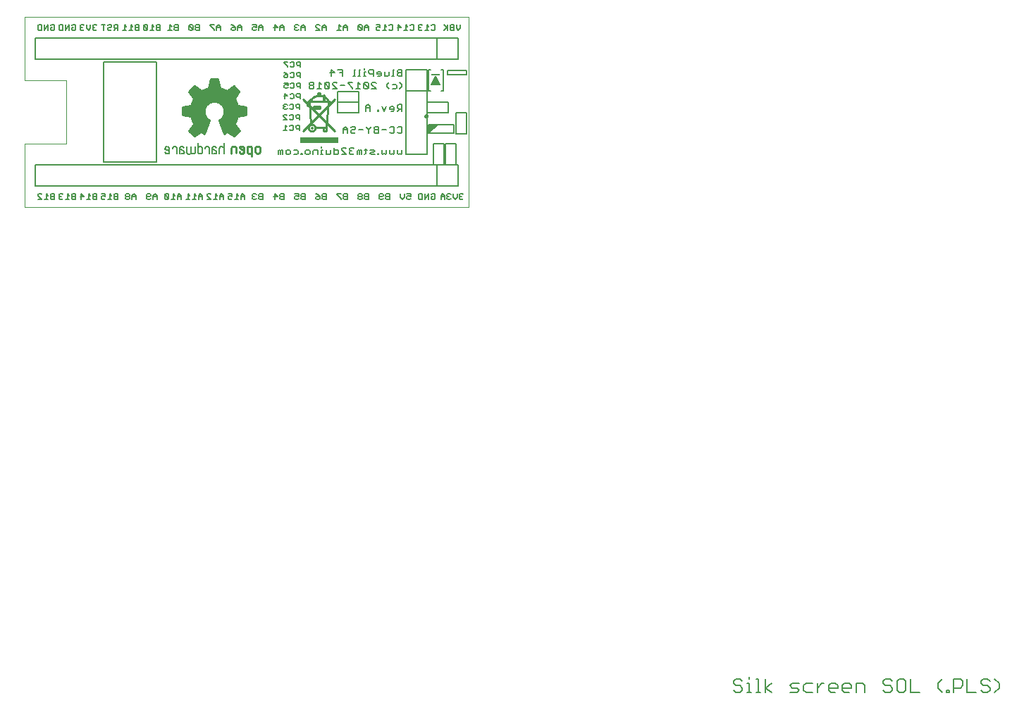
<source format=gbo>
G75*
%MOIN*%
%OFA0B0*%
%FSLAX25Y25*%
%IPPOS*%
%LPD*%
%AMOC8*
5,1,8,0,0,1.08239X$1,22.5*
%
%ADD10C,0.00000*%
%ADD11C,0.00800*%
%ADD12C,0.00600*%
%ADD13C,0.00500*%
%ADD14C,0.01000*%
%ADD15R,0.18000X0.03000*%
%ADD16R,0.04000X0.01000*%
D10*
X0185000Y0255000D02*
X0185000Y0284843D01*
X0204882Y0284843D01*
X0204882Y0315157D01*
X0185000Y0315157D01*
X0185000Y0345000D01*
X0395000Y0345000D01*
X0395000Y0255000D01*
X0185000Y0255000D01*
D11*
X0304990Y0279900D02*
X0304990Y0281501D01*
X0305524Y0282035D01*
X0306058Y0281501D01*
X0306058Y0279900D01*
X0307125Y0279900D02*
X0307125Y0282035D01*
X0306591Y0282035D01*
X0306058Y0281501D01*
X0308673Y0281501D02*
X0309207Y0282035D01*
X0310274Y0282035D01*
X0310808Y0281501D01*
X0310808Y0280434D01*
X0310274Y0279900D01*
X0309207Y0279900D01*
X0308673Y0280434D01*
X0308673Y0281501D01*
X0312356Y0282035D02*
X0313958Y0282035D01*
X0314491Y0281501D01*
X0314491Y0280434D01*
X0313958Y0279900D01*
X0312356Y0279900D01*
X0315799Y0279900D02*
X0316333Y0279900D01*
X0316333Y0280434D01*
X0315799Y0280434D01*
X0315799Y0279900D01*
X0317881Y0280434D02*
X0317881Y0281501D01*
X0318415Y0282035D01*
X0319482Y0282035D01*
X0320016Y0281501D01*
X0320016Y0280434D01*
X0319482Y0279900D01*
X0318415Y0279900D01*
X0317881Y0280434D01*
X0321564Y0279900D02*
X0321564Y0281501D01*
X0322098Y0282035D01*
X0323699Y0282035D01*
X0323699Y0279900D01*
X0325087Y0279900D02*
X0326155Y0279900D01*
X0325621Y0279900D02*
X0325621Y0282035D01*
X0326155Y0282035D01*
X0325621Y0283103D02*
X0325621Y0283637D01*
X0327703Y0282035D02*
X0327703Y0279900D01*
X0329304Y0279900D01*
X0329838Y0280434D01*
X0329838Y0282035D01*
X0331386Y0282035D02*
X0332987Y0282035D01*
X0333521Y0281501D01*
X0333521Y0280434D01*
X0332987Y0279900D01*
X0331386Y0279900D01*
X0331386Y0283103D01*
X0335069Y0282569D02*
X0335603Y0283103D01*
X0336670Y0283103D01*
X0337204Y0282569D01*
X0338752Y0282569D02*
X0338752Y0282035D01*
X0339286Y0281501D01*
X0338752Y0280968D01*
X0338752Y0280434D01*
X0339286Y0279900D01*
X0340353Y0279900D01*
X0340887Y0280434D01*
X0339820Y0281501D02*
X0339286Y0281501D01*
X0338752Y0282569D02*
X0339286Y0283103D01*
X0340353Y0283103D01*
X0340887Y0282569D01*
X0342435Y0281501D02*
X0342435Y0279900D01*
X0343503Y0279900D02*
X0343503Y0281501D01*
X0342969Y0282035D01*
X0342435Y0281501D01*
X0343503Y0281501D02*
X0344037Y0282035D01*
X0344570Y0282035D01*
X0344570Y0279900D01*
X0345958Y0279900D02*
X0346492Y0280434D01*
X0346492Y0282569D01*
X0347026Y0282035D02*
X0345958Y0282035D01*
X0348574Y0282035D02*
X0350175Y0282035D01*
X0350709Y0281501D01*
X0350175Y0280968D01*
X0349108Y0280968D01*
X0348574Y0280434D01*
X0349108Y0279900D01*
X0350709Y0279900D01*
X0352017Y0279900D02*
X0352551Y0279900D01*
X0352551Y0280434D01*
X0352017Y0280434D01*
X0352017Y0279900D01*
X0354099Y0280434D02*
X0354099Y0282035D01*
X0354099Y0280434D02*
X0354632Y0279900D01*
X0355166Y0280434D01*
X0355700Y0279900D01*
X0356234Y0280434D01*
X0356234Y0282035D01*
X0357782Y0282035D02*
X0357782Y0280434D01*
X0358315Y0279900D01*
X0358849Y0280434D01*
X0359383Y0279900D01*
X0359917Y0280434D01*
X0359917Y0282035D01*
X0361465Y0282035D02*
X0361465Y0280434D01*
X0361999Y0279900D01*
X0362532Y0280434D01*
X0363066Y0279900D01*
X0363600Y0280434D01*
X0363600Y0282035D01*
X0363066Y0289900D02*
X0361999Y0289900D01*
X0361465Y0290434D01*
X0359917Y0290434D02*
X0359383Y0289900D01*
X0358315Y0289900D01*
X0357782Y0290434D01*
X0356234Y0291501D02*
X0354099Y0291501D01*
X0352551Y0291501D02*
X0350949Y0291501D01*
X0350415Y0290968D01*
X0350415Y0290434D01*
X0350949Y0289900D01*
X0352551Y0289900D01*
X0352551Y0293103D01*
X0350949Y0293103D01*
X0350415Y0292569D01*
X0350415Y0292035D01*
X0350949Y0291501D01*
X0348867Y0292569D02*
X0347800Y0291501D01*
X0347800Y0289900D01*
X0347800Y0291501D02*
X0346732Y0292569D01*
X0346732Y0293103D01*
X0348867Y0293103D02*
X0348867Y0292569D01*
X0345184Y0291501D02*
X0343049Y0291501D01*
X0341501Y0292035D02*
X0340967Y0291501D01*
X0339900Y0291501D01*
X0339366Y0290968D01*
X0339366Y0290434D01*
X0339900Y0289900D01*
X0340967Y0289900D01*
X0341501Y0290434D01*
X0341501Y0292035D02*
X0341501Y0292569D01*
X0340967Y0293103D01*
X0339900Y0293103D01*
X0339366Y0292569D01*
X0337818Y0292035D02*
X0336750Y0293103D01*
X0335683Y0292035D01*
X0335683Y0289900D01*
X0335683Y0291501D02*
X0337818Y0291501D01*
X0337818Y0292035D02*
X0337818Y0289900D01*
X0335069Y0282569D02*
X0335069Y0282035D01*
X0337204Y0279900D01*
X0335069Y0279900D01*
X0357782Y0292569D02*
X0358315Y0293103D01*
X0359383Y0293103D01*
X0359917Y0292569D01*
X0359917Y0290434D01*
X0361465Y0292569D02*
X0361999Y0293103D01*
X0363066Y0293103D01*
X0363600Y0292569D01*
X0363600Y0290434D01*
X0363066Y0289900D01*
X0363600Y0300400D02*
X0363600Y0303603D01*
X0361999Y0303603D01*
X0361465Y0303069D01*
X0361465Y0302001D01*
X0361999Y0301468D01*
X0363600Y0301468D01*
X0362532Y0301468D02*
X0361465Y0300400D01*
X0359917Y0300934D02*
X0359917Y0302001D01*
X0359383Y0302535D01*
X0358315Y0302535D01*
X0357782Y0302001D01*
X0357782Y0301468D01*
X0359917Y0301468D01*
X0359917Y0300934D02*
X0359383Y0300400D01*
X0358315Y0300400D01*
X0356234Y0302535D02*
X0355166Y0300400D01*
X0354099Y0302535D01*
X0352551Y0300934D02*
X0352017Y0300934D01*
X0352017Y0300400D01*
X0352551Y0300400D01*
X0352551Y0300934D01*
X0348600Y0300400D02*
X0348600Y0302535D01*
X0347532Y0303603D01*
X0346465Y0302535D01*
X0346465Y0300400D01*
X0346465Y0302001D02*
X0348600Y0302001D01*
X0349188Y0310900D02*
X0351323Y0310900D01*
X0349188Y0313035D01*
X0349188Y0313569D01*
X0349721Y0314103D01*
X0350789Y0314103D01*
X0351323Y0313569D01*
X0352177Y0316900D02*
X0353245Y0316900D01*
X0353778Y0317434D01*
X0353778Y0318501D01*
X0353245Y0319035D01*
X0352177Y0319035D01*
X0351643Y0318501D01*
X0351643Y0317968D01*
X0353778Y0317968D01*
X0355326Y0316900D02*
X0355326Y0319035D01*
X0355326Y0316900D02*
X0356928Y0316900D01*
X0357461Y0317434D01*
X0357461Y0319035D01*
X0359383Y0320103D02*
X0359383Y0316900D01*
X0359917Y0316900D02*
X0358849Y0316900D01*
X0361465Y0317434D02*
X0361999Y0316900D01*
X0363600Y0316900D01*
X0363600Y0320103D01*
X0361999Y0320103D01*
X0361465Y0319569D01*
X0361465Y0319035D01*
X0361999Y0318501D01*
X0363600Y0318501D01*
X0361999Y0318501D02*
X0361465Y0317968D01*
X0361465Y0317434D01*
X0359917Y0320103D02*
X0359383Y0320103D01*
X0357461Y0314103D02*
X0356394Y0313035D01*
X0356394Y0311968D01*
X0357461Y0310900D01*
X0359009Y0310900D02*
X0360611Y0310900D01*
X0361145Y0311434D01*
X0361145Y0312501D01*
X0360611Y0313035D01*
X0359009Y0313035D01*
X0362532Y0314103D02*
X0363600Y0313035D01*
X0363600Y0311968D01*
X0362532Y0310900D01*
X0350095Y0316900D02*
X0350095Y0320103D01*
X0348494Y0320103D01*
X0347960Y0319569D01*
X0347960Y0318501D01*
X0348494Y0317968D01*
X0350095Y0317968D01*
X0346412Y0319035D02*
X0345878Y0319035D01*
X0345878Y0316900D01*
X0346412Y0316900D02*
X0345344Y0316900D01*
X0343957Y0316900D02*
X0342889Y0316900D01*
X0343423Y0316900D02*
X0343423Y0320103D01*
X0343957Y0320103D01*
X0345878Y0320103D02*
X0345878Y0320637D01*
X0341501Y0320103D02*
X0340967Y0320103D01*
X0340967Y0316900D01*
X0340434Y0316900D02*
X0341501Y0316900D01*
X0340273Y0314103D02*
X0338138Y0314103D01*
X0338138Y0313569D01*
X0340273Y0311434D01*
X0340273Y0310900D01*
X0341821Y0310900D02*
X0343957Y0310900D01*
X0342889Y0310900D02*
X0342889Y0314103D01*
X0343957Y0313035D01*
X0345505Y0313569D02*
X0346038Y0314103D01*
X0347106Y0314103D01*
X0347640Y0313569D01*
X0347640Y0311434D01*
X0345505Y0313569D01*
X0345505Y0311434D01*
X0346038Y0310900D01*
X0347106Y0310900D01*
X0347640Y0311434D01*
X0336590Y0312501D02*
X0334455Y0312501D01*
X0332907Y0313569D02*
X0332373Y0314103D01*
X0331306Y0314103D01*
X0330772Y0313569D01*
X0330772Y0313035D01*
X0332907Y0310900D01*
X0330772Y0310900D01*
X0329224Y0311434D02*
X0327089Y0313569D01*
X0327089Y0311434D01*
X0327623Y0310900D01*
X0328690Y0310900D01*
X0329224Y0311434D01*
X0329224Y0313569D01*
X0328690Y0314103D01*
X0327623Y0314103D01*
X0327089Y0313569D01*
X0325541Y0313035D02*
X0324473Y0314103D01*
X0324473Y0310900D01*
X0323406Y0310900D02*
X0325541Y0310900D01*
X0321858Y0311434D02*
X0321858Y0311968D01*
X0321324Y0312501D01*
X0320256Y0312501D01*
X0319723Y0311968D01*
X0319723Y0311434D01*
X0320256Y0310900D01*
X0321324Y0310900D01*
X0321858Y0311434D01*
X0321324Y0312501D02*
X0321858Y0313035D01*
X0321858Y0313569D01*
X0321324Y0314103D01*
X0320256Y0314103D01*
X0319723Y0313569D01*
X0319723Y0313035D01*
X0320256Y0312501D01*
X0330078Y0316900D02*
X0330078Y0320103D01*
X0331679Y0318501D01*
X0329544Y0318501D01*
X0333227Y0320103D02*
X0335363Y0320103D01*
X0335363Y0316900D01*
X0335363Y0318501D02*
X0334295Y0318501D01*
D12*
X0315440Y0318802D02*
X0314138Y0318802D01*
X0313705Y0318369D01*
X0313705Y0317501D01*
X0314138Y0317067D01*
X0315440Y0317067D01*
X0315440Y0316200D02*
X0315440Y0318802D01*
X0315440Y0321200D02*
X0315440Y0323802D01*
X0314138Y0323802D01*
X0313705Y0323369D01*
X0313705Y0322501D01*
X0314138Y0322067D01*
X0315440Y0322067D01*
X0312493Y0321634D02*
X0312059Y0321200D01*
X0311192Y0321200D01*
X0310758Y0321634D01*
X0309547Y0321634D02*
X0309547Y0321200D01*
X0309547Y0321634D02*
X0307812Y0323369D01*
X0307812Y0323802D01*
X0309547Y0323802D01*
X0310758Y0323369D02*
X0311192Y0323802D01*
X0312059Y0323802D01*
X0312493Y0323369D01*
X0312493Y0321634D01*
X0312059Y0318802D02*
X0312493Y0318369D01*
X0312493Y0316634D01*
X0312059Y0316200D01*
X0311192Y0316200D01*
X0310758Y0316634D01*
X0309547Y0316634D02*
X0309113Y0316200D01*
X0308245Y0316200D01*
X0307812Y0316634D01*
X0307812Y0317067D01*
X0308245Y0317501D01*
X0309547Y0317501D01*
X0309547Y0316634D01*
X0309547Y0317501D02*
X0308679Y0318369D01*
X0307812Y0318802D01*
X0310758Y0318369D02*
X0311192Y0318802D01*
X0312059Y0318802D01*
X0312159Y0313802D02*
X0312593Y0313369D01*
X0312593Y0311634D01*
X0312159Y0311200D01*
X0311292Y0311200D01*
X0310858Y0311634D01*
X0309647Y0311634D02*
X0309213Y0311200D01*
X0308345Y0311200D01*
X0307912Y0311634D01*
X0307912Y0312501D01*
X0308345Y0312935D01*
X0308779Y0312935D01*
X0309647Y0312501D01*
X0309647Y0313802D01*
X0307912Y0313802D01*
X0310858Y0313369D02*
X0311292Y0313802D01*
X0312159Y0313802D01*
X0313805Y0313369D02*
X0313805Y0312501D01*
X0314238Y0312067D01*
X0315540Y0312067D01*
X0315540Y0311200D02*
X0315540Y0313802D01*
X0314238Y0313802D01*
X0313805Y0313369D01*
X0314038Y0308802D02*
X0313605Y0308369D01*
X0313605Y0307501D01*
X0314038Y0307067D01*
X0315340Y0307067D01*
X0315340Y0306200D02*
X0315340Y0308802D01*
X0314038Y0308802D01*
X0312393Y0308369D02*
X0311959Y0308802D01*
X0311092Y0308802D01*
X0310658Y0308369D01*
X0309447Y0307501D02*
X0307712Y0307501D01*
X0308145Y0306200D02*
X0308145Y0308802D01*
X0309447Y0307501D01*
X0310658Y0306634D02*
X0311092Y0306200D01*
X0311959Y0306200D01*
X0312393Y0306634D01*
X0312393Y0308369D01*
X0311859Y0303802D02*
X0312293Y0303369D01*
X0312293Y0301634D01*
X0311859Y0301200D01*
X0310992Y0301200D01*
X0310558Y0301634D01*
X0309347Y0301634D02*
X0308913Y0301200D01*
X0308045Y0301200D01*
X0307612Y0301634D01*
X0307612Y0302067D01*
X0308045Y0302501D01*
X0308479Y0302501D01*
X0308045Y0302501D02*
X0307612Y0302935D01*
X0307612Y0303369D01*
X0308045Y0303802D01*
X0308913Y0303802D01*
X0309347Y0303369D01*
X0310558Y0303369D02*
X0310992Y0303802D01*
X0311859Y0303802D01*
X0313505Y0303369D02*
X0313505Y0302501D01*
X0313938Y0302067D01*
X0315240Y0302067D01*
X0315240Y0301200D02*
X0315240Y0303802D01*
X0313938Y0303802D01*
X0313505Y0303369D01*
X0313838Y0298802D02*
X0313405Y0298369D01*
X0313405Y0297501D01*
X0313838Y0297067D01*
X0315140Y0297067D01*
X0315140Y0296200D02*
X0315140Y0298802D01*
X0313838Y0298802D01*
X0312193Y0298369D02*
X0312193Y0296634D01*
X0311759Y0296200D01*
X0310892Y0296200D01*
X0310458Y0296634D01*
X0309247Y0296200D02*
X0307512Y0297935D01*
X0307512Y0298369D01*
X0307945Y0298802D01*
X0308813Y0298802D01*
X0309247Y0298369D01*
X0310458Y0298369D02*
X0310892Y0298802D01*
X0311759Y0298802D01*
X0312193Y0298369D01*
X0309247Y0296200D02*
X0307512Y0296200D01*
X0308379Y0293802D02*
X0308379Y0291200D01*
X0307512Y0291200D02*
X0309247Y0291200D01*
X0310458Y0291634D02*
X0310892Y0291200D01*
X0311759Y0291200D01*
X0312193Y0291634D01*
X0312193Y0293369D01*
X0311759Y0293802D01*
X0310892Y0293802D01*
X0310458Y0293369D01*
X0309247Y0292935D02*
X0308379Y0293802D01*
X0313405Y0293369D02*
X0313405Y0292501D01*
X0313838Y0292067D01*
X0315140Y0292067D01*
X0315140Y0291200D02*
X0315140Y0293802D01*
X0313838Y0293802D01*
X0313405Y0293369D01*
X0312965Y0261302D02*
X0314700Y0261302D01*
X0314700Y0260001D01*
X0313833Y0260435D01*
X0313399Y0260435D01*
X0312965Y0260001D01*
X0312965Y0259134D01*
X0313399Y0258700D01*
X0314266Y0258700D01*
X0314700Y0259134D01*
X0315912Y0259134D02*
X0316345Y0258700D01*
X0317647Y0258700D01*
X0317647Y0261302D01*
X0316345Y0261302D01*
X0315912Y0260869D01*
X0315912Y0260435D01*
X0316345Y0260001D01*
X0317647Y0260001D01*
X0316345Y0260001D02*
X0315912Y0259567D01*
X0315912Y0259134D01*
X0322965Y0259134D02*
X0322965Y0259567D01*
X0323399Y0260001D01*
X0324700Y0260001D01*
X0324700Y0259134D01*
X0324266Y0258700D01*
X0323399Y0258700D01*
X0322965Y0259134D01*
X0323833Y0260869D02*
X0322965Y0261302D01*
X0323833Y0260869D02*
X0324700Y0260001D01*
X0325912Y0259567D02*
X0325912Y0259134D01*
X0326345Y0258700D01*
X0327647Y0258700D01*
X0327647Y0261302D01*
X0326345Y0261302D01*
X0325912Y0260869D01*
X0325912Y0260435D01*
X0326345Y0260001D01*
X0327647Y0260001D01*
X0326345Y0260001D02*
X0325912Y0259567D01*
X0332965Y0260869D02*
X0334700Y0259134D01*
X0334700Y0258700D01*
X0335912Y0259134D02*
X0336345Y0258700D01*
X0337647Y0258700D01*
X0337647Y0261302D01*
X0336345Y0261302D01*
X0335912Y0260869D01*
X0335912Y0260435D01*
X0336345Y0260001D01*
X0337647Y0260001D01*
X0336345Y0260001D02*
X0335912Y0259567D01*
X0335912Y0259134D01*
X0334700Y0261302D02*
X0332965Y0261302D01*
X0332965Y0260869D01*
X0342965Y0260869D02*
X0342965Y0260435D01*
X0343399Y0260001D01*
X0344266Y0260001D01*
X0344700Y0260435D01*
X0344700Y0260869D01*
X0344266Y0261302D01*
X0343399Y0261302D01*
X0342965Y0260869D01*
X0343399Y0260001D02*
X0342965Y0259567D01*
X0342965Y0259134D01*
X0343399Y0258700D01*
X0344266Y0258700D01*
X0344700Y0259134D01*
X0344700Y0259567D01*
X0344266Y0260001D01*
X0345912Y0259567D02*
X0345912Y0259134D01*
X0346345Y0258700D01*
X0347647Y0258700D01*
X0347647Y0261302D01*
X0346345Y0261302D01*
X0345912Y0260869D01*
X0345912Y0260435D01*
X0346345Y0260001D01*
X0347647Y0260001D01*
X0346345Y0260001D02*
X0345912Y0259567D01*
X0352965Y0259134D02*
X0352965Y0260869D01*
X0353399Y0261302D01*
X0354266Y0261302D01*
X0354700Y0260869D01*
X0354700Y0260435D01*
X0354266Y0260001D01*
X0352965Y0260001D01*
X0352965Y0259134D02*
X0353399Y0258700D01*
X0354266Y0258700D01*
X0354700Y0259134D01*
X0355912Y0259134D02*
X0356345Y0258700D01*
X0357647Y0258700D01*
X0357647Y0261302D01*
X0356345Y0261302D01*
X0355912Y0260869D01*
X0355912Y0260435D01*
X0356345Y0260001D01*
X0357647Y0260001D01*
X0356345Y0260001D02*
X0355912Y0259567D01*
X0355912Y0259134D01*
X0362965Y0259567D02*
X0362965Y0261302D01*
X0362965Y0259567D02*
X0363833Y0258700D01*
X0364700Y0259567D01*
X0364700Y0261302D01*
X0365912Y0261302D02*
X0367647Y0261302D01*
X0367647Y0260001D01*
X0366779Y0260435D01*
X0366345Y0260435D01*
X0365912Y0260001D01*
X0365912Y0259134D01*
X0366345Y0258700D01*
X0367213Y0258700D01*
X0367647Y0259134D01*
X0371492Y0259134D02*
X0371492Y0260869D01*
X0371926Y0261302D01*
X0373227Y0261302D01*
X0373227Y0258700D01*
X0371926Y0258700D01*
X0371492Y0259134D01*
X0374438Y0258700D02*
X0374438Y0261302D01*
X0376173Y0261302D02*
X0374438Y0258700D01*
X0376173Y0258700D02*
X0376173Y0261302D01*
X0377385Y0260869D02*
X0377819Y0261302D01*
X0378686Y0261302D01*
X0379120Y0260869D01*
X0379120Y0259134D01*
X0378686Y0258700D01*
X0377819Y0258700D01*
X0377385Y0259134D01*
X0377385Y0260001D01*
X0378252Y0260001D01*
X0382019Y0260001D02*
X0383753Y0260001D01*
X0383753Y0260435D02*
X0382886Y0261302D01*
X0382019Y0260435D01*
X0382019Y0258700D01*
X0383753Y0258700D02*
X0383753Y0260435D01*
X0384965Y0260435D02*
X0385399Y0260001D01*
X0384965Y0259567D01*
X0384965Y0259134D01*
X0385399Y0258700D01*
X0386266Y0258700D01*
X0386700Y0259134D01*
X0385833Y0260001D02*
X0385399Y0260001D01*
X0384965Y0260435D02*
X0384965Y0260869D01*
X0385399Y0261302D01*
X0386266Y0261302D01*
X0386700Y0260869D01*
X0387912Y0261302D02*
X0387912Y0259567D01*
X0388779Y0258700D01*
X0389647Y0259567D01*
X0389647Y0261302D01*
X0390858Y0260869D02*
X0390858Y0260435D01*
X0391292Y0260001D01*
X0390858Y0259567D01*
X0390858Y0259134D01*
X0391292Y0258700D01*
X0392159Y0258700D01*
X0392593Y0259134D01*
X0391726Y0260001D02*
X0391292Y0260001D01*
X0390858Y0260869D02*
X0391292Y0261302D01*
X0392159Y0261302D01*
X0392593Y0260869D01*
X0307647Y0261302D02*
X0307647Y0258700D01*
X0306345Y0258700D01*
X0305912Y0259134D01*
X0305912Y0259567D01*
X0306345Y0260001D01*
X0307647Y0260001D01*
X0307647Y0261302D02*
X0306345Y0261302D01*
X0305912Y0260869D01*
X0305912Y0260435D01*
X0306345Y0260001D01*
X0304700Y0260001D02*
X0302965Y0260001D01*
X0303399Y0258700D02*
X0303399Y0261302D01*
X0304700Y0260001D01*
X0297647Y0260001D02*
X0296345Y0260001D01*
X0295912Y0259567D01*
X0295912Y0259134D01*
X0296345Y0258700D01*
X0297647Y0258700D01*
X0297647Y0261302D01*
X0296345Y0261302D01*
X0295912Y0260869D01*
X0295912Y0260435D01*
X0296345Y0260001D01*
X0294700Y0259134D02*
X0294266Y0258700D01*
X0293399Y0258700D01*
X0292965Y0259134D01*
X0292965Y0259567D01*
X0293399Y0260001D01*
X0293833Y0260001D01*
X0293399Y0260001D02*
X0292965Y0260435D01*
X0292965Y0260869D01*
X0293399Y0261302D01*
X0294266Y0261302D01*
X0294700Y0260869D01*
X0289120Y0260435D02*
X0288252Y0261302D01*
X0287385Y0260435D01*
X0287385Y0258700D01*
X0286173Y0258700D02*
X0284438Y0258700D01*
X0285306Y0258700D02*
X0285306Y0261302D01*
X0286173Y0260435D01*
X0287385Y0260001D02*
X0289120Y0260001D01*
X0289120Y0260435D02*
X0289120Y0258700D01*
X0283227Y0259134D02*
X0282793Y0258700D01*
X0281926Y0258700D01*
X0281492Y0259134D01*
X0281492Y0260001D01*
X0281926Y0260435D01*
X0282359Y0260435D01*
X0283227Y0260001D01*
X0283227Y0261302D01*
X0281492Y0261302D01*
X0279120Y0260435D02*
X0278252Y0261302D01*
X0277385Y0260435D01*
X0277385Y0258700D01*
X0276173Y0258700D02*
X0274438Y0258700D01*
X0275306Y0258700D02*
X0275306Y0261302D01*
X0276173Y0260435D01*
X0277385Y0260001D02*
X0279120Y0260001D01*
X0279120Y0260435D02*
X0279120Y0258700D01*
X0273227Y0258700D02*
X0271492Y0260435D01*
X0271492Y0260869D01*
X0271926Y0261302D01*
X0272793Y0261302D01*
X0273227Y0260869D01*
X0273227Y0258700D02*
X0271492Y0258700D01*
X0269120Y0258700D02*
X0269120Y0260435D01*
X0268252Y0261302D01*
X0267385Y0260435D01*
X0267385Y0258700D01*
X0266173Y0258700D02*
X0264438Y0258700D01*
X0265306Y0258700D02*
X0265306Y0261302D01*
X0266173Y0260435D01*
X0267385Y0260001D02*
X0269120Y0260001D01*
X0263227Y0260435D02*
X0262359Y0261302D01*
X0262359Y0258700D01*
X0261492Y0258700D02*
X0263227Y0258700D01*
X0259120Y0258700D02*
X0259120Y0260435D01*
X0258252Y0261302D01*
X0257385Y0260435D01*
X0257385Y0258700D01*
X0256173Y0258700D02*
X0254438Y0258700D01*
X0255306Y0258700D02*
X0255306Y0261302D01*
X0256173Y0260435D01*
X0257385Y0260001D02*
X0259120Y0260001D01*
X0253227Y0259134D02*
X0251492Y0260869D01*
X0251492Y0259134D01*
X0251926Y0258700D01*
X0252793Y0258700D01*
X0253227Y0259134D01*
X0253227Y0260869D01*
X0252793Y0261302D01*
X0251926Y0261302D01*
X0251492Y0260869D01*
X0247647Y0260435D02*
X0246779Y0261302D01*
X0245912Y0260435D01*
X0245912Y0258700D01*
X0244700Y0259134D02*
X0244266Y0258700D01*
X0243399Y0258700D01*
X0242965Y0259134D01*
X0242965Y0260869D01*
X0243399Y0261302D01*
X0244266Y0261302D01*
X0244700Y0260869D01*
X0244700Y0260435D01*
X0244266Y0260001D01*
X0242965Y0260001D01*
X0245912Y0260001D02*
X0247647Y0260001D01*
X0247647Y0260435D02*
X0247647Y0258700D01*
X0237647Y0258700D02*
X0237647Y0260435D01*
X0236779Y0261302D01*
X0235912Y0260435D01*
X0235912Y0258700D01*
X0234700Y0259134D02*
X0234700Y0259567D01*
X0234266Y0260001D01*
X0233399Y0260001D01*
X0232965Y0259567D01*
X0232965Y0259134D01*
X0233399Y0258700D01*
X0234266Y0258700D01*
X0234700Y0259134D01*
X0234266Y0260001D02*
X0234700Y0260435D01*
X0234700Y0260869D01*
X0234266Y0261302D01*
X0233399Y0261302D01*
X0232965Y0260869D01*
X0232965Y0260435D01*
X0233399Y0260001D01*
X0235912Y0260001D02*
X0237647Y0260001D01*
X0229120Y0260001D02*
X0227819Y0260001D01*
X0227385Y0259567D01*
X0227385Y0259134D01*
X0227819Y0258700D01*
X0229120Y0258700D01*
X0229120Y0261302D01*
X0227819Y0261302D01*
X0227385Y0260869D01*
X0227385Y0260435D01*
X0227819Y0260001D01*
X0226173Y0260435D02*
X0225306Y0261302D01*
X0225306Y0258700D01*
X0226173Y0258700D02*
X0224438Y0258700D01*
X0223227Y0259134D02*
X0222793Y0258700D01*
X0221926Y0258700D01*
X0221492Y0259134D01*
X0221492Y0260001D01*
X0221926Y0260435D01*
X0222359Y0260435D01*
X0223227Y0260001D01*
X0223227Y0261302D01*
X0221492Y0261302D01*
X0219120Y0261302D02*
X0219120Y0258700D01*
X0217819Y0258700D01*
X0217385Y0259134D01*
X0217385Y0259567D01*
X0217819Y0260001D01*
X0219120Y0260001D01*
X0219120Y0261302D02*
X0217819Y0261302D01*
X0217385Y0260869D01*
X0217385Y0260435D01*
X0217819Y0260001D01*
X0216173Y0260435D02*
X0215306Y0261302D01*
X0215306Y0258700D01*
X0216173Y0258700D02*
X0214438Y0258700D01*
X0213227Y0260001D02*
X0211492Y0260001D01*
X0211926Y0258700D02*
X0211926Y0261302D01*
X0213227Y0260001D01*
X0209120Y0260001D02*
X0207819Y0260001D01*
X0207385Y0259567D01*
X0207385Y0259134D01*
X0207819Y0258700D01*
X0209120Y0258700D01*
X0209120Y0261302D01*
X0207819Y0261302D01*
X0207385Y0260869D01*
X0207385Y0260435D01*
X0207819Y0260001D01*
X0206173Y0260435D02*
X0205306Y0261302D01*
X0205306Y0258700D01*
X0206173Y0258700D02*
X0204438Y0258700D01*
X0203227Y0259134D02*
X0202793Y0258700D01*
X0201926Y0258700D01*
X0201492Y0259134D01*
X0201492Y0259567D01*
X0201926Y0260001D01*
X0202359Y0260001D01*
X0201926Y0260001D02*
X0201492Y0260435D01*
X0201492Y0260869D01*
X0201926Y0261302D01*
X0202793Y0261302D01*
X0203227Y0260869D01*
X0199120Y0261302D02*
X0197819Y0261302D01*
X0197385Y0260869D01*
X0197385Y0260435D01*
X0197819Y0260001D01*
X0199120Y0260001D01*
X0199120Y0258700D02*
X0197819Y0258700D01*
X0197385Y0259134D01*
X0197385Y0259567D01*
X0197819Y0260001D01*
X0196173Y0260435D02*
X0195306Y0261302D01*
X0195306Y0258700D01*
X0196173Y0258700D02*
X0194438Y0258700D01*
X0193227Y0258700D02*
X0191492Y0260435D01*
X0191492Y0260869D01*
X0191926Y0261302D01*
X0192793Y0261302D01*
X0193227Y0260869D01*
X0193227Y0258700D02*
X0191492Y0258700D01*
X0199120Y0258700D02*
X0199120Y0261302D01*
X0198686Y0338700D02*
X0197819Y0338700D01*
X0197385Y0339134D01*
X0197385Y0340001D01*
X0198252Y0340001D01*
X0197385Y0340869D02*
X0197819Y0341302D01*
X0198686Y0341302D01*
X0199120Y0340869D01*
X0199120Y0339134D01*
X0198686Y0338700D01*
X0196173Y0338700D02*
X0196173Y0341302D01*
X0194438Y0338700D01*
X0194438Y0341302D01*
X0193227Y0341302D02*
X0191926Y0341302D01*
X0191492Y0340869D01*
X0191492Y0339134D01*
X0191926Y0338700D01*
X0193227Y0338700D01*
X0193227Y0341302D01*
X0201492Y0340869D02*
X0201492Y0339134D01*
X0201926Y0338700D01*
X0203227Y0338700D01*
X0203227Y0341302D01*
X0201926Y0341302D01*
X0201492Y0340869D01*
X0204438Y0341302D02*
X0204438Y0338700D01*
X0206173Y0341302D01*
X0206173Y0338700D01*
X0207385Y0339134D02*
X0207385Y0340001D01*
X0208252Y0340001D01*
X0207385Y0339134D02*
X0207819Y0338700D01*
X0208686Y0338700D01*
X0209120Y0339134D01*
X0209120Y0340869D01*
X0208686Y0341302D01*
X0207819Y0341302D01*
X0207385Y0340869D01*
X0211492Y0340869D02*
X0211492Y0340435D01*
X0211926Y0340001D01*
X0211492Y0339567D01*
X0211492Y0339134D01*
X0211926Y0338700D01*
X0212793Y0338700D01*
X0213227Y0339134D01*
X0212359Y0340001D02*
X0211926Y0340001D01*
X0211492Y0340869D02*
X0211926Y0341302D01*
X0212793Y0341302D01*
X0213227Y0340869D01*
X0214438Y0341302D02*
X0214438Y0339567D01*
X0215306Y0338700D01*
X0216173Y0339567D01*
X0216173Y0341302D01*
X0217385Y0340869D02*
X0217385Y0340435D01*
X0217819Y0340001D01*
X0217385Y0339567D01*
X0217385Y0339134D01*
X0217819Y0338700D01*
X0218686Y0338700D01*
X0219120Y0339134D01*
X0218252Y0340001D02*
X0217819Y0340001D01*
X0217385Y0340869D02*
X0217819Y0341302D01*
X0218686Y0341302D01*
X0219120Y0340869D01*
X0221492Y0341302D02*
X0223227Y0341302D01*
X0222359Y0341302D02*
X0222359Y0338700D01*
X0224438Y0339134D02*
X0224872Y0338700D01*
X0225740Y0338700D01*
X0226173Y0339134D01*
X0225740Y0340001D02*
X0224872Y0340001D01*
X0224438Y0339567D01*
X0224438Y0339134D01*
X0225740Y0340001D02*
X0226173Y0340435D01*
X0226173Y0340869D01*
X0225740Y0341302D01*
X0224872Y0341302D01*
X0224438Y0340869D01*
X0227385Y0340869D02*
X0227385Y0340001D01*
X0227819Y0339567D01*
X0229120Y0339567D01*
X0229120Y0338700D02*
X0229120Y0341302D01*
X0227819Y0341302D01*
X0227385Y0340869D01*
X0228252Y0339567D02*
X0227385Y0338700D01*
X0231492Y0338700D02*
X0233227Y0338700D01*
X0232359Y0338700D02*
X0232359Y0341302D01*
X0233227Y0340435D01*
X0234438Y0338700D02*
X0236173Y0338700D01*
X0235306Y0338700D02*
X0235306Y0341302D01*
X0236173Y0340435D01*
X0237385Y0340435D02*
X0237819Y0340001D01*
X0239120Y0340001D01*
X0239120Y0338700D02*
X0237819Y0338700D01*
X0237385Y0339134D01*
X0237385Y0339567D01*
X0237819Y0340001D01*
X0237385Y0340435D02*
X0237385Y0340869D01*
X0237819Y0341302D01*
X0239120Y0341302D01*
X0239120Y0338700D01*
X0241492Y0339134D02*
X0241926Y0338700D01*
X0242793Y0338700D01*
X0243227Y0339134D01*
X0241492Y0340869D01*
X0241492Y0339134D01*
X0241492Y0340869D02*
X0241926Y0341302D01*
X0242793Y0341302D01*
X0243227Y0340869D01*
X0243227Y0339134D01*
X0244438Y0338700D02*
X0246173Y0338700D01*
X0245306Y0338700D02*
X0245306Y0341302D01*
X0246173Y0340435D01*
X0247385Y0340435D02*
X0247819Y0340001D01*
X0249120Y0340001D01*
X0249120Y0338700D02*
X0247819Y0338700D01*
X0247385Y0339134D01*
X0247385Y0339567D01*
X0247819Y0340001D01*
X0247385Y0340435D02*
X0247385Y0340869D01*
X0247819Y0341302D01*
X0249120Y0341302D01*
X0249120Y0338700D01*
X0252965Y0338700D02*
X0254700Y0338700D01*
X0253833Y0338700D02*
X0253833Y0341302D01*
X0254700Y0340435D01*
X0255912Y0340435D02*
X0256345Y0340001D01*
X0257647Y0340001D01*
X0257647Y0338700D02*
X0256345Y0338700D01*
X0255912Y0339134D01*
X0255912Y0339567D01*
X0256345Y0340001D01*
X0255912Y0340435D02*
X0255912Y0340869D01*
X0256345Y0341302D01*
X0257647Y0341302D01*
X0257647Y0338700D01*
X0262965Y0339134D02*
X0263399Y0338700D01*
X0264266Y0338700D01*
X0264700Y0339134D01*
X0262965Y0340869D01*
X0262965Y0339134D01*
X0262965Y0340869D02*
X0263399Y0341302D01*
X0264266Y0341302D01*
X0264700Y0340869D01*
X0264700Y0339134D01*
X0265912Y0339134D02*
X0266345Y0338700D01*
X0267647Y0338700D01*
X0267647Y0341302D01*
X0266345Y0341302D01*
X0265912Y0340869D01*
X0265912Y0340435D01*
X0266345Y0340001D01*
X0267647Y0340001D01*
X0266345Y0340001D02*
X0265912Y0339567D01*
X0265912Y0339134D01*
X0272965Y0340869D02*
X0274700Y0339134D01*
X0274700Y0338700D01*
X0275912Y0338700D02*
X0275912Y0340435D01*
X0276779Y0341302D01*
X0277647Y0340435D01*
X0277647Y0338700D01*
X0277647Y0340001D02*
X0275912Y0340001D01*
X0274700Y0341302D02*
X0272965Y0341302D01*
X0272965Y0340869D01*
X0282965Y0341302D02*
X0283833Y0340869D01*
X0284700Y0340001D01*
X0283399Y0340001D01*
X0282965Y0339567D01*
X0282965Y0339134D01*
X0283399Y0338700D01*
X0284266Y0338700D01*
X0284700Y0339134D01*
X0284700Y0340001D01*
X0285912Y0340001D02*
X0287647Y0340001D01*
X0287647Y0340435D02*
X0286779Y0341302D01*
X0285912Y0340435D01*
X0285912Y0338700D01*
X0287647Y0338700D02*
X0287647Y0340435D01*
X0292965Y0340001D02*
X0292965Y0339134D01*
X0293399Y0338700D01*
X0294266Y0338700D01*
X0294700Y0339134D01*
X0294700Y0340001D02*
X0293833Y0340435D01*
X0293399Y0340435D01*
X0292965Y0340001D01*
X0292965Y0341302D02*
X0294700Y0341302D01*
X0294700Y0340001D01*
X0295912Y0340001D02*
X0297647Y0340001D01*
X0297647Y0340435D02*
X0296779Y0341302D01*
X0295912Y0340435D01*
X0295912Y0338700D01*
X0297647Y0338700D02*
X0297647Y0340435D01*
X0302965Y0340001D02*
X0304700Y0340001D01*
X0303399Y0341302D01*
X0303399Y0338700D01*
X0305912Y0338700D02*
X0305912Y0340435D01*
X0306779Y0341302D01*
X0307647Y0340435D01*
X0307647Y0338700D01*
X0307647Y0340001D02*
X0305912Y0340001D01*
X0312965Y0339567D02*
X0312965Y0339134D01*
X0313399Y0338700D01*
X0314266Y0338700D01*
X0314700Y0339134D01*
X0313833Y0340001D02*
X0313399Y0340001D01*
X0312965Y0339567D01*
X0313399Y0340001D02*
X0312965Y0340435D01*
X0312965Y0340869D01*
X0313399Y0341302D01*
X0314266Y0341302D01*
X0314700Y0340869D01*
X0315912Y0340435D02*
X0315912Y0338700D01*
X0315912Y0340001D02*
X0317647Y0340001D01*
X0317647Y0340435D02*
X0316779Y0341302D01*
X0315912Y0340435D01*
X0317647Y0340435D02*
X0317647Y0338700D01*
X0322965Y0338700D02*
X0324700Y0338700D01*
X0322965Y0340435D01*
X0322965Y0340869D01*
X0323399Y0341302D01*
X0324266Y0341302D01*
X0324700Y0340869D01*
X0325912Y0340435D02*
X0326779Y0341302D01*
X0327647Y0340435D01*
X0327647Y0338700D01*
X0327647Y0340001D02*
X0325912Y0340001D01*
X0325912Y0340435D02*
X0325912Y0338700D01*
X0332965Y0338700D02*
X0334700Y0338700D01*
X0333833Y0338700D02*
X0333833Y0341302D01*
X0334700Y0340435D01*
X0335912Y0340435D02*
X0335912Y0338700D01*
X0335912Y0340001D02*
X0337647Y0340001D01*
X0337647Y0340435D02*
X0336779Y0341302D01*
X0335912Y0340435D01*
X0337647Y0340435D02*
X0337647Y0338700D01*
X0342965Y0339134D02*
X0342965Y0340869D01*
X0344700Y0339134D01*
X0344266Y0338700D01*
X0343399Y0338700D01*
X0342965Y0339134D01*
X0342965Y0340869D02*
X0343399Y0341302D01*
X0344266Y0341302D01*
X0344700Y0340869D01*
X0344700Y0339134D01*
X0345912Y0338700D02*
X0345912Y0340435D01*
X0346779Y0341302D01*
X0347647Y0340435D01*
X0347647Y0338700D01*
X0347647Y0340001D02*
X0345912Y0340001D01*
X0351492Y0340001D02*
X0351492Y0339134D01*
X0351926Y0338700D01*
X0352793Y0338700D01*
X0353227Y0339134D01*
X0353227Y0340001D02*
X0352359Y0340435D01*
X0351926Y0340435D01*
X0351492Y0340001D01*
X0351492Y0341302D02*
X0353227Y0341302D01*
X0353227Y0340001D01*
X0354438Y0338700D02*
X0356173Y0338700D01*
X0355306Y0338700D02*
X0355306Y0341302D01*
X0356173Y0340435D01*
X0357385Y0340869D02*
X0357819Y0341302D01*
X0358686Y0341302D01*
X0359120Y0340869D01*
X0359120Y0339134D01*
X0358686Y0338700D01*
X0357819Y0338700D01*
X0357385Y0339134D01*
X0361492Y0340001D02*
X0363227Y0340001D01*
X0361926Y0341302D01*
X0361926Y0338700D01*
X0364438Y0338700D02*
X0366173Y0338700D01*
X0365306Y0338700D02*
X0365306Y0341302D01*
X0366173Y0340435D01*
X0367385Y0340869D02*
X0367819Y0341302D01*
X0368686Y0341302D01*
X0369120Y0340869D01*
X0369120Y0339134D01*
X0368686Y0338700D01*
X0367819Y0338700D01*
X0367385Y0339134D01*
X0371492Y0339134D02*
X0371926Y0338700D01*
X0372793Y0338700D01*
X0373227Y0339134D01*
X0372359Y0340001D02*
X0371926Y0340001D01*
X0371492Y0339567D01*
X0371492Y0339134D01*
X0371926Y0340001D02*
X0371492Y0340435D01*
X0371492Y0340869D01*
X0371926Y0341302D01*
X0372793Y0341302D01*
X0373227Y0340869D01*
X0375306Y0341302D02*
X0375306Y0338700D01*
X0376173Y0338700D02*
X0374438Y0338700D01*
X0376173Y0340435D02*
X0375306Y0341302D01*
X0377385Y0340869D02*
X0377819Y0341302D01*
X0378686Y0341302D01*
X0379120Y0340869D01*
X0379120Y0339134D01*
X0378686Y0338700D01*
X0377819Y0338700D01*
X0377385Y0339134D01*
X0383492Y0338700D02*
X0384793Y0340001D01*
X0385227Y0339567D02*
X0383492Y0341302D01*
X0385227Y0341302D02*
X0385227Y0338700D01*
X0386438Y0339134D02*
X0386872Y0338700D01*
X0388173Y0338700D01*
X0388173Y0341302D01*
X0386872Y0341302D01*
X0386438Y0340869D01*
X0386438Y0340435D01*
X0386872Y0340001D01*
X0388173Y0340001D01*
X0389385Y0339567D02*
X0389385Y0341302D01*
X0389385Y0339567D02*
X0390252Y0338700D01*
X0391120Y0339567D01*
X0391120Y0341302D01*
X0386872Y0340001D02*
X0386438Y0339567D01*
X0386438Y0339134D01*
X0527813Y0032773D02*
X0527813Y0031705D01*
X0527813Y0029570D02*
X0527813Y0025300D01*
X0526745Y0025300D02*
X0528881Y0025300D01*
X0531042Y0025300D02*
X0533178Y0025300D01*
X0532110Y0025300D02*
X0532110Y0031705D01*
X0531042Y0031705D01*
X0527813Y0029570D02*
X0526745Y0029570D01*
X0524570Y0030638D02*
X0523503Y0031705D01*
X0521368Y0031705D01*
X0520300Y0030638D01*
X0520300Y0029570D01*
X0521368Y0028503D01*
X0523503Y0028503D01*
X0524570Y0027435D01*
X0524570Y0026368D01*
X0523503Y0025300D01*
X0521368Y0025300D01*
X0520300Y0026368D01*
X0535339Y0027435D02*
X0538542Y0029570D01*
X0535339Y0027435D02*
X0538542Y0025300D01*
X0535339Y0025300D02*
X0535339Y0031705D01*
X0547156Y0028503D02*
X0548224Y0029570D01*
X0551427Y0029570D01*
X0550359Y0027435D02*
X0551427Y0026368D01*
X0550359Y0025300D01*
X0547156Y0025300D01*
X0548224Y0027435D02*
X0547156Y0028503D01*
X0548224Y0027435D02*
X0550359Y0027435D01*
X0553602Y0026368D02*
X0554669Y0025300D01*
X0557872Y0025300D01*
X0560047Y0025300D02*
X0560047Y0029570D01*
X0560047Y0027435D02*
X0562182Y0029570D01*
X0563250Y0029570D01*
X0565418Y0028503D02*
X0566486Y0029570D01*
X0568621Y0029570D01*
X0569689Y0028503D01*
X0569689Y0027435D01*
X0565418Y0027435D01*
X0565418Y0026368D02*
X0565418Y0028503D01*
X0565418Y0026368D02*
X0566486Y0025300D01*
X0568621Y0025300D01*
X0571864Y0026368D02*
X0571864Y0028503D01*
X0572932Y0029570D01*
X0575067Y0029570D01*
X0576134Y0028503D01*
X0576134Y0027435D01*
X0571864Y0027435D01*
X0571864Y0026368D02*
X0572932Y0025300D01*
X0575067Y0025300D01*
X0578309Y0025300D02*
X0578309Y0029570D01*
X0581512Y0029570D01*
X0582580Y0028503D01*
X0582580Y0025300D01*
X0591200Y0026368D02*
X0592268Y0025300D01*
X0594403Y0025300D01*
X0595471Y0026368D01*
X0595471Y0027435D01*
X0594403Y0028503D01*
X0592268Y0028503D01*
X0591200Y0029570D01*
X0591200Y0030638D01*
X0592268Y0031705D01*
X0594403Y0031705D01*
X0595471Y0030638D01*
X0597646Y0030638D02*
X0597646Y0026368D01*
X0598714Y0025300D01*
X0600849Y0025300D01*
X0601916Y0026368D01*
X0601916Y0030638D01*
X0600849Y0031705D01*
X0598714Y0031705D01*
X0597646Y0030638D01*
X0604091Y0031705D02*
X0604091Y0025300D01*
X0608362Y0025300D01*
X0616982Y0027435D02*
X0616982Y0029570D01*
X0619118Y0031705D01*
X0616982Y0027435D02*
X0619118Y0025300D01*
X0621279Y0025300D02*
X0622347Y0025300D01*
X0622347Y0026368D01*
X0621279Y0026368D01*
X0621279Y0025300D01*
X0624502Y0025300D02*
X0624502Y0031705D01*
X0627705Y0031705D01*
X0628773Y0030638D01*
X0628773Y0028503D01*
X0627705Y0027435D01*
X0624502Y0027435D01*
X0630948Y0025300D02*
X0635218Y0025300D01*
X0637393Y0026368D02*
X0638461Y0025300D01*
X0640596Y0025300D01*
X0641664Y0026368D01*
X0641664Y0027435D01*
X0640596Y0028503D01*
X0638461Y0028503D01*
X0637393Y0029570D01*
X0637393Y0030638D01*
X0638461Y0031705D01*
X0640596Y0031705D01*
X0641664Y0030638D01*
X0643839Y0031705D02*
X0645974Y0029570D01*
X0645974Y0027435D01*
X0643839Y0025300D01*
X0630948Y0025300D02*
X0630948Y0031705D01*
X0557872Y0029570D02*
X0554669Y0029570D01*
X0553602Y0028503D01*
X0553602Y0026368D01*
D13*
X0390000Y0265000D02*
X0380000Y0265000D01*
X0380000Y0275000D01*
X0390000Y0275000D01*
X0390000Y0265000D01*
X0380000Y0265000D02*
X0190000Y0265000D01*
X0190000Y0275000D01*
X0380000Y0275000D01*
X0378500Y0275000D02*
X0383500Y0275000D01*
X0383500Y0285000D01*
X0378500Y0285000D01*
X0378500Y0275000D01*
X0384000Y0275000D02*
X0389000Y0275000D01*
X0389000Y0285000D01*
X0384000Y0285000D01*
X0384000Y0275000D01*
X0375300Y0280000D02*
X0365300Y0280000D01*
X0365300Y0310000D01*
X0375300Y0310000D01*
X0375300Y0280000D01*
X0376000Y0290100D02*
X0376000Y0294100D01*
X0380500Y0294100D01*
X0376000Y0290100D01*
X0376000Y0294100D01*
X0388000Y0294100D01*
X0388000Y0290100D01*
X0376000Y0290100D01*
X0376000Y0290394D02*
X0376331Y0290394D01*
X0376000Y0290893D02*
X0376892Y0290893D01*
X0377453Y0291391D02*
X0376000Y0291391D01*
X0376000Y0291890D02*
X0378014Y0291890D01*
X0378574Y0292388D02*
X0376000Y0292388D01*
X0376000Y0292887D02*
X0379135Y0292887D01*
X0379696Y0293385D02*
X0376000Y0293385D01*
X0376000Y0293884D02*
X0380257Y0293884D01*
X0375500Y0299500D02*
X0375500Y0304500D01*
X0385500Y0304500D01*
X0385500Y0299500D01*
X0375500Y0299500D01*
X0389000Y0299500D02*
X0394000Y0299500D01*
X0394000Y0289500D01*
X0389000Y0289500D01*
X0389000Y0299500D01*
X0383000Y0310000D02*
X0382000Y0310000D01*
X0383000Y0310000D02*
X0383000Y0320000D01*
X0382000Y0320000D01*
X0385000Y0319500D02*
X0385000Y0317500D01*
X0394000Y0317500D01*
X0394000Y0319500D01*
X0385000Y0319500D01*
X0379592Y0316815D02*
X0379408Y0316815D01*
X0379500Y0317000D02*
X0377500Y0313000D01*
X0381500Y0313000D01*
X0379500Y0317000D01*
X0379158Y0316317D02*
X0379842Y0316317D01*
X0380091Y0315818D02*
X0378909Y0315818D01*
X0378660Y0315320D02*
X0380340Y0315320D01*
X0380589Y0314821D02*
X0378411Y0314821D01*
X0378161Y0314323D02*
X0380839Y0314323D01*
X0381088Y0313824D02*
X0377912Y0313824D01*
X0377663Y0313326D02*
X0381337Y0313326D01*
X0377000Y0310000D02*
X0376000Y0310000D01*
X0376000Y0320000D01*
X0377000Y0320000D01*
X0375300Y0320000D02*
X0365300Y0320000D01*
X0365300Y0310000D01*
X0375300Y0310000D02*
X0375300Y0320000D01*
X0380000Y0325000D02*
X0380000Y0335000D01*
X0390000Y0335000D01*
X0390000Y0325000D01*
X0380000Y0325000D01*
X0190000Y0325000D01*
X0190000Y0335000D01*
X0380000Y0335000D01*
X0343000Y0309500D02*
X0343000Y0304500D01*
X0343000Y0299500D01*
X0333000Y0299500D01*
X0333000Y0304500D01*
X0343000Y0304500D01*
X0333000Y0304500D01*
X0333000Y0309500D01*
X0343000Y0309500D01*
X0279300Y0285200D02*
X0279300Y0283000D01*
X0279093Y0283307D01*
X0279300Y0283000D02*
X0279300Y0280200D01*
X0277200Y0280200D02*
X0277200Y0282648D01*
X0277607Y0283507D02*
X0277645Y0283540D01*
X0277685Y0283571D01*
X0277728Y0283598D01*
X0277772Y0283623D01*
X0277818Y0283644D01*
X0277865Y0283662D01*
X0277914Y0283677D01*
X0277963Y0283688D01*
X0278013Y0283695D01*
X0278063Y0283699D01*
X0278114Y0283700D01*
X0278386Y0283700D01*
X0278449Y0283691D01*
X0278511Y0283678D01*
X0278573Y0283661D01*
X0278634Y0283641D01*
X0278693Y0283617D01*
X0278750Y0283589D01*
X0278806Y0283558D01*
X0278860Y0283524D01*
X0278912Y0283486D01*
X0278961Y0283446D01*
X0279008Y0283402D01*
X0279052Y0283356D01*
X0279093Y0283307D01*
X0277607Y0283506D02*
X0277557Y0283458D01*
X0277510Y0283407D01*
X0277465Y0283354D01*
X0277423Y0283298D01*
X0277385Y0283240D01*
X0277350Y0283180D01*
X0277318Y0283118D01*
X0277290Y0283054D01*
X0277266Y0282989D01*
X0277245Y0282922D01*
X0277228Y0282855D01*
X0277215Y0282786D01*
X0277206Y0282717D01*
X0277201Y0282648D01*
X0275800Y0283000D02*
X0275593Y0283307D01*
X0274886Y0283700D02*
X0274614Y0283700D01*
X0274563Y0283699D01*
X0274513Y0283695D01*
X0274463Y0283688D01*
X0274414Y0283677D01*
X0274365Y0283662D01*
X0274318Y0283644D01*
X0274272Y0283623D01*
X0274228Y0283598D01*
X0274185Y0283571D01*
X0274145Y0283540D01*
X0274107Y0283507D01*
X0273700Y0282648D02*
X0273700Y0282500D01*
X0275300Y0281800D01*
X0273701Y0282648D02*
X0273706Y0282717D01*
X0273715Y0282786D01*
X0273728Y0282855D01*
X0273745Y0282922D01*
X0273766Y0282989D01*
X0273790Y0283054D01*
X0273818Y0283118D01*
X0273850Y0283180D01*
X0273885Y0283240D01*
X0273923Y0283298D01*
X0273965Y0283354D01*
X0274010Y0283407D01*
X0274057Y0283458D01*
X0274107Y0283506D01*
X0274886Y0283700D02*
X0274949Y0283691D01*
X0275011Y0283678D01*
X0275073Y0283661D01*
X0275134Y0283641D01*
X0275193Y0283617D01*
X0275250Y0283589D01*
X0275306Y0283558D01*
X0275360Y0283524D01*
X0275412Y0283486D01*
X0275461Y0283446D01*
X0275508Y0283402D01*
X0275552Y0283356D01*
X0275593Y0283307D01*
X0273700Y0282500D02*
X0273700Y0280200D01*
X0274500Y0280300D02*
X0275200Y0280200D01*
X0275247Y0280194D01*
X0275295Y0280192D01*
X0275343Y0280194D01*
X0275390Y0280199D01*
X0275437Y0280208D01*
X0275483Y0280220D01*
X0275528Y0280236D01*
X0275572Y0280256D01*
X0275613Y0280279D01*
X0275653Y0280305D01*
X0275691Y0280335D01*
X0275726Y0280367D01*
X0275759Y0280401D01*
X0275789Y0280439D01*
X0275816Y0280478D01*
X0275839Y0280520D01*
X0275860Y0280563D01*
X0275877Y0280607D01*
X0275890Y0280653D01*
X0275900Y0280700D01*
X0275915Y0280756D01*
X0275925Y0280813D01*
X0275932Y0280871D01*
X0275936Y0280929D01*
X0275935Y0280986D01*
X0275931Y0281044D01*
X0275923Y0281102D01*
X0275911Y0281158D01*
X0275896Y0281214D01*
X0275877Y0281269D01*
X0275854Y0281322D01*
X0275828Y0281374D01*
X0275798Y0281424D01*
X0275766Y0281472D01*
X0275730Y0281518D01*
X0275692Y0281561D01*
X0275650Y0281602D01*
X0275606Y0281640D01*
X0275560Y0281675D01*
X0275511Y0281706D01*
X0275461Y0281735D01*
X0275409Y0281760D01*
X0275355Y0281782D01*
X0275300Y0281800D01*
X0272400Y0282513D02*
X0272400Y0280200D01*
X0272193Y0283307D02*
X0272152Y0283356D01*
X0272108Y0283402D01*
X0272061Y0283446D01*
X0272012Y0283486D01*
X0271960Y0283524D01*
X0271906Y0283558D01*
X0271850Y0283589D01*
X0271793Y0283617D01*
X0271734Y0283641D01*
X0271673Y0283661D01*
X0271611Y0283678D01*
X0271549Y0283691D01*
X0271486Y0283700D01*
X0271314Y0283700D01*
X0270800Y0283500D02*
X0270696Y0283396D01*
X0270433Y0282931D02*
X0270400Y0282700D01*
X0272319Y0283076D02*
X0272341Y0282997D01*
X0272359Y0282918D01*
X0272374Y0282838D01*
X0272385Y0282757D01*
X0272393Y0282676D01*
X0272398Y0282595D01*
X0272400Y0282513D01*
X0272319Y0283076D02*
X0272193Y0283307D01*
X0271314Y0283700D02*
X0271263Y0283699D01*
X0271213Y0283695D01*
X0271163Y0283688D01*
X0271114Y0283677D01*
X0271065Y0283662D01*
X0271018Y0283644D01*
X0270972Y0283623D01*
X0270928Y0283598D01*
X0270885Y0283571D01*
X0270845Y0283540D01*
X0270807Y0283507D01*
X0270696Y0283395D02*
X0270655Y0283352D01*
X0270616Y0283306D01*
X0270581Y0283257D01*
X0270548Y0283207D01*
X0270518Y0283154D01*
X0270492Y0283100D01*
X0270469Y0283045D01*
X0270449Y0282988D01*
X0270433Y0282930D01*
X0269200Y0282513D02*
X0269200Y0281136D01*
X0269095Y0280689D02*
X0269067Y0280638D01*
X0269036Y0280590D01*
X0269003Y0280543D01*
X0268966Y0280499D01*
X0268926Y0280457D01*
X0268884Y0280418D01*
X0268839Y0280381D01*
X0268792Y0280348D01*
X0268743Y0280317D01*
X0268693Y0280290D01*
X0268640Y0280267D01*
X0268586Y0280246D01*
X0268531Y0280230D01*
X0268475Y0280217D01*
X0268418Y0280207D01*
X0268360Y0280202D01*
X0268303Y0280200D01*
X0268150Y0280200D01*
X0267350Y0280600D02*
X0267319Y0280644D01*
X0267292Y0280690D01*
X0267268Y0280738D01*
X0267247Y0280788D01*
X0267230Y0280839D01*
X0267217Y0280891D01*
X0267208Y0280943D01*
X0267202Y0280997D01*
X0267200Y0281050D01*
X0267200Y0285200D01*
X0268014Y0283700D02*
X0268186Y0283700D01*
X0268014Y0283700D02*
X0267963Y0283699D01*
X0267913Y0283695D01*
X0267863Y0283688D01*
X0267814Y0283677D01*
X0267765Y0283662D01*
X0267718Y0283644D01*
X0267672Y0283623D01*
X0267628Y0283598D01*
X0267585Y0283571D01*
X0267545Y0283540D01*
X0267507Y0283507D01*
X0267496Y0283495D02*
X0267455Y0283452D01*
X0267416Y0283406D01*
X0267381Y0283357D01*
X0267348Y0283307D01*
X0267318Y0283254D01*
X0267292Y0283200D01*
X0267269Y0283145D01*
X0267249Y0283088D01*
X0267233Y0283030D01*
X0269119Y0283076D02*
X0269141Y0282997D01*
X0269159Y0282918D01*
X0269174Y0282838D01*
X0269185Y0282757D01*
X0269193Y0282676D01*
X0269198Y0282595D01*
X0269200Y0282513D01*
X0269119Y0283076D02*
X0268993Y0283307D01*
X0268952Y0283356D01*
X0268908Y0283402D01*
X0268861Y0283446D01*
X0268812Y0283486D01*
X0268760Y0283524D01*
X0268706Y0283558D01*
X0268650Y0283589D01*
X0268593Y0283617D01*
X0268534Y0283641D01*
X0268473Y0283661D01*
X0268411Y0283678D01*
X0268349Y0283691D01*
X0268286Y0283700D01*
X0265900Y0283713D02*
X0265900Y0281136D01*
X0265795Y0280689D02*
X0265767Y0280638D01*
X0265736Y0280590D01*
X0265703Y0280543D01*
X0265666Y0280499D01*
X0265626Y0280457D01*
X0265584Y0280418D01*
X0265539Y0280381D01*
X0265492Y0280348D01*
X0265443Y0280317D01*
X0265393Y0280290D01*
X0265340Y0280267D01*
X0265286Y0280246D01*
X0265231Y0280230D01*
X0265175Y0280217D01*
X0265118Y0280207D01*
X0265060Y0280202D01*
X0265003Y0280200D01*
X0264850Y0280200D01*
X0264050Y0280600D02*
X0264019Y0280644D01*
X0263992Y0280690D01*
X0263968Y0280738D01*
X0263947Y0280788D01*
X0263930Y0280839D01*
X0263917Y0280891D01*
X0263908Y0280943D01*
X0263902Y0280997D01*
X0263900Y0281050D01*
X0263900Y0281036D01*
X0263900Y0281050D02*
X0263900Y0283700D01*
X0261900Y0283700D02*
X0261900Y0280950D01*
X0261902Y0280897D01*
X0261908Y0280843D01*
X0261917Y0280791D01*
X0261930Y0280739D01*
X0261947Y0280688D01*
X0261968Y0280638D01*
X0261992Y0280590D01*
X0262019Y0280544D01*
X0262050Y0280500D01*
X0262850Y0280100D02*
X0263003Y0280100D01*
X0263060Y0280102D01*
X0263118Y0280107D01*
X0263175Y0280117D01*
X0263231Y0280130D01*
X0263286Y0280146D01*
X0263340Y0280167D01*
X0263393Y0280190D01*
X0263443Y0280217D01*
X0263492Y0280248D01*
X0263539Y0280281D01*
X0263584Y0280318D01*
X0263626Y0280357D01*
X0263666Y0280399D01*
X0263703Y0280443D01*
X0263736Y0280490D01*
X0263767Y0280538D01*
X0263795Y0280589D01*
X0263794Y0280589D02*
X0263819Y0280641D01*
X0263840Y0280695D01*
X0263858Y0280750D01*
X0263873Y0280806D01*
X0263885Y0280863D01*
X0263893Y0280920D01*
X0263898Y0280978D01*
X0263900Y0281036D01*
X0264050Y0280600D02*
X0264089Y0280552D01*
X0264130Y0280506D01*
X0264174Y0280463D01*
X0264221Y0280422D01*
X0264270Y0280385D01*
X0264322Y0280351D01*
X0264375Y0280320D01*
X0264431Y0280292D01*
X0264488Y0280268D01*
X0264546Y0280247D01*
X0264605Y0280230D01*
X0264666Y0280217D01*
X0264727Y0280208D01*
X0264788Y0280202D01*
X0264850Y0280200D01*
X0265794Y0280689D02*
X0265819Y0280741D01*
X0265840Y0280795D01*
X0265858Y0280850D01*
X0265873Y0280906D01*
X0265885Y0280963D01*
X0265893Y0281020D01*
X0265898Y0281078D01*
X0265900Y0281136D01*
X0267350Y0280600D02*
X0267389Y0280552D01*
X0267430Y0280506D01*
X0267474Y0280463D01*
X0267521Y0280422D01*
X0267570Y0280385D01*
X0267622Y0280351D01*
X0267675Y0280320D01*
X0267731Y0280292D01*
X0267788Y0280268D01*
X0267846Y0280247D01*
X0267905Y0280230D01*
X0267966Y0280217D01*
X0268027Y0280208D01*
X0268088Y0280202D01*
X0268150Y0280200D01*
X0269094Y0280689D02*
X0269119Y0280741D01*
X0269140Y0280795D01*
X0269158Y0280850D01*
X0269173Y0280906D01*
X0269185Y0280963D01*
X0269193Y0281020D01*
X0269198Y0281078D01*
X0269200Y0281136D01*
X0262850Y0280100D02*
X0262788Y0280102D01*
X0262727Y0280108D01*
X0262666Y0280117D01*
X0262605Y0280130D01*
X0262546Y0280147D01*
X0262488Y0280168D01*
X0262431Y0280192D01*
X0262375Y0280220D01*
X0262322Y0280251D01*
X0262270Y0280285D01*
X0262221Y0280322D01*
X0262174Y0280363D01*
X0262130Y0280406D01*
X0262089Y0280452D01*
X0262050Y0280500D01*
X0260600Y0280700D02*
X0260590Y0280653D01*
X0260577Y0280607D01*
X0260560Y0280563D01*
X0260539Y0280520D01*
X0260516Y0280478D01*
X0260489Y0280439D01*
X0260459Y0280401D01*
X0260426Y0280367D01*
X0260391Y0280335D01*
X0260353Y0280305D01*
X0260313Y0280279D01*
X0260272Y0280256D01*
X0260228Y0280236D01*
X0260183Y0280220D01*
X0260137Y0280208D01*
X0260090Y0280199D01*
X0260043Y0280194D01*
X0259995Y0280192D01*
X0259947Y0280194D01*
X0259900Y0280200D01*
X0259200Y0280300D01*
X0258400Y0280200D02*
X0258400Y0282500D01*
X0260000Y0281800D01*
X0258401Y0282648D02*
X0258406Y0282717D01*
X0258415Y0282786D01*
X0258428Y0282855D01*
X0258445Y0282922D01*
X0258466Y0282989D01*
X0258490Y0283054D01*
X0258518Y0283118D01*
X0258550Y0283180D01*
X0258585Y0283240D01*
X0258623Y0283298D01*
X0258665Y0283354D01*
X0258710Y0283407D01*
X0258757Y0283458D01*
X0258807Y0283506D01*
X0259314Y0283700D02*
X0259586Y0283700D01*
X0259314Y0283700D02*
X0259263Y0283699D01*
X0259213Y0283695D01*
X0259163Y0283688D01*
X0259114Y0283677D01*
X0259065Y0283662D01*
X0259018Y0283644D01*
X0258972Y0283623D01*
X0258928Y0283598D01*
X0258885Y0283571D01*
X0258845Y0283540D01*
X0258807Y0283507D01*
X0258400Y0282648D02*
X0258400Y0282500D01*
X0259586Y0283700D02*
X0259649Y0283691D01*
X0259711Y0283678D01*
X0259773Y0283661D01*
X0259834Y0283641D01*
X0259893Y0283617D01*
X0259950Y0283589D01*
X0260006Y0283558D01*
X0260060Y0283524D01*
X0260112Y0283486D01*
X0260161Y0283446D01*
X0260208Y0283402D01*
X0260252Y0283356D01*
X0260293Y0283307D01*
X0260500Y0283000D01*
X0260000Y0281800D02*
X0260055Y0281782D01*
X0260109Y0281760D01*
X0260161Y0281735D01*
X0260211Y0281706D01*
X0260260Y0281675D01*
X0260306Y0281640D01*
X0260350Y0281602D01*
X0260392Y0281561D01*
X0260430Y0281518D01*
X0260466Y0281472D01*
X0260498Y0281424D01*
X0260528Y0281374D01*
X0260554Y0281322D01*
X0260577Y0281269D01*
X0260596Y0281214D01*
X0260611Y0281158D01*
X0260623Y0281102D01*
X0260631Y0281044D01*
X0260635Y0280986D01*
X0260636Y0280929D01*
X0260632Y0280871D01*
X0260625Y0280813D01*
X0260615Y0280756D01*
X0260600Y0280700D01*
X0257100Y0280200D02*
X0257100Y0282513D01*
X0257019Y0283076D02*
X0256893Y0283307D01*
X0256186Y0283700D02*
X0256014Y0283700D01*
X0255500Y0283500D02*
X0255396Y0283396D01*
X0255133Y0282931D02*
X0255100Y0282700D01*
X0257019Y0283076D02*
X0257041Y0282997D01*
X0257059Y0282918D01*
X0257074Y0282838D01*
X0257085Y0282757D01*
X0257093Y0282676D01*
X0257098Y0282595D01*
X0257100Y0282513D01*
X0255396Y0283395D02*
X0255355Y0283352D01*
X0255316Y0283306D01*
X0255281Y0283257D01*
X0255248Y0283207D01*
X0255218Y0283154D01*
X0255192Y0283100D01*
X0255169Y0283045D01*
X0255149Y0282988D01*
X0255133Y0282930D01*
X0255507Y0283507D02*
X0255545Y0283540D01*
X0255585Y0283571D01*
X0255628Y0283598D01*
X0255672Y0283623D01*
X0255718Y0283644D01*
X0255765Y0283662D01*
X0255814Y0283677D01*
X0255863Y0283688D01*
X0255913Y0283695D01*
X0255963Y0283699D01*
X0256014Y0283700D01*
X0256186Y0283700D02*
X0256249Y0283691D01*
X0256311Y0283678D01*
X0256373Y0283661D01*
X0256434Y0283641D01*
X0256493Y0283617D01*
X0256550Y0283589D01*
X0256606Y0283558D01*
X0256660Y0283524D01*
X0256712Y0283486D01*
X0256761Y0283446D01*
X0256808Y0283402D01*
X0256852Y0283356D01*
X0256893Y0283307D01*
X0253519Y0283076D02*
X0253393Y0283307D01*
X0253600Y0282513D02*
X0253600Y0281500D01*
X0251600Y0282400D01*
X0251600Y0282859D01*
X0253519Y0283076D02*
X0253541Y0282997D01*
X0253559Y0282918D01*
X0253574Y0282838D01*
X0253585Y0282757D01*
X0253593Y0282676D01*
X0253598Y0282595D01*
X0253600Y0282513D01*
X0253600Y0281500D02*
X0253600Y0281136D01*
X0253495Y0280689D02*
X0253467Y0280638D01*
X0253436Y0280590D01*
X0253403Y0280543D01*
X0253366Y0280499D01*
X0253326Y0280457D01*
X0253284Y0280418D01*
X0253239Y0280381D01*
X0253192Y0280348D01*
X0253143Y0280317D01*
X0253093Y0280290D01*
X0253040Y0280267D01*
X0252986Y0280246D01*
X0252931Y0280230D01*
X0252875Y0280217D01*
X0252818Y0280207D01*
X0252760Y0280202D01*
X0252703Y0280200D01*
X0252550Y0280200D01*
X0251750Y0280600D02*
X0251719Y0280644D01*
X0251692Y0280690D01*
X0251668Y0280738D01*
X0251647Y0280788D01*
X0251630Y0280839D01*
X0251617Y0280891D01*
X0251608Y0280943D01*
X0251602Y0280997D01*
X0251600Y0281050D01*
X0251750Y0280600D02*
X0251789Y0280552D01*
X0251830Y0280506D01*
X0251874Y0280463D01*
X0251921Y0280422D01*
X0251970Y0280385D01*
X0252022Y0280351D01*
X0252075Y0280320D01*
X0252131Y0280292D01*
X0252188Y0280268D01*
X0252246Y0280247D01*
X0252305Y0280230D01*
X0252366Y0280217D01*
X0252427Y0280208D01*
X0252488Y0280202D01*
X0252550Y0280200D01*
X0253494Y0280689D02*
X0253519Y0280741D01*
X0253540Y0280795D01*
X0253558Y0280850D01*
X0253573Y0280906D01*
X0253585Y0280963D01*
X0253593Y0281020D01*
X0253598Y0281078D01*
X0253600Y0281136D01*
X0253393Y0283307D02*
X0253352Y0283356D01*
X0253308Y0283402D01*
X0253261Y0283446D01*
X0253212Y0283486D01*
X0253160Y0283524D01*
X0253106Y0283558D01*
X0253050Y0283589D01*
X0252993Y0283617D01*
X0252934Y0283641D01*
X0252873Y0283661D01*
X0252811Y0283678D01*
X0252749Y0283691D01*
X0252686Y0283700D01*
X0252586Y0283700D02*
X0252414Y0283700D01*
X0252363Y0283699D01*
X0252313Y0283695D01*
X0252263Y0283688D01*
X0252214Y0283677D01*
X0252165Y0283662D01*
X0252118Y0283644D01*
X0252072Y0283623D01*
X0252028Y0283598D01*
X0251985Y0283571D01*
X0251945Y0283540D01*
X0251907Y0283507D01*
X0251700Y0283200D02*
X0251676Y0283168D01*
X0251655Y0283133D01*
X0251637Y0283097D01*
X0251622Y0283059D01*
X0251610Y0283020D01*
X0251602Y0282980D01*
X0251598Y0282940D01*
X0251597Y0282899D01*
X0251600Y0282859D01*
X0251633Y0283030D02*
X0251649Y0283088D01*
X0251669Y0283145D01*
X0251692Y0283200D01*
X0251718Y0283254D01*
X0251748Y0283307D01*
X0251781Y0283357D01*
X0251816Y0283406D01*
X0251855Y0283452D01*
X0251896Y0283495D01*
X0247500Y0276250D02*
X0222500Y0276250D01*
X0222500Y0323750D01*
X0247500Y0323750D01*
X0247500Y0276250D01*
D14*
X0262800Y0291000D02*
X0265300Y0288500D01*
X0268500Y0290700D01*
X0270000Y0289800D01*
X0272500Y0296100D01*
X0271800Y0295900D02*
X0269800Y0290700D01*
X0268600Y0291300D01*
X0265600Y0289400D01*
X0265300Y0289200D01*
X0263500Y0291200D01*
X0265800Y0294500D01*
X0264100Y0298300D01*
X0260200Y0299100D01*
X0260200Y0301900D01*
X0264400Y0302800D01*
X0265800Y0306700D01*
X0263400Y0309800D01*
X0265200Y0311700D01*
X0268900Y0309100D01*
X0272600Y0311000D01*
X0273500Y0315200D01*
X0276100Y0315100D01*
X0276900Y0311100D01*
X0280200Y0309500D01*
X0280800Y0309100D01*
X0283000Y0310800D01*
X0284100Y0311800D01*
X0284400Y0311700D01*
X0286000Y0309900D01*
X0283700Y0306400D01*
X0285100Y0302600D01*
X0289100Y0301700D01*
X0289100Y0299000D01*
X0285600Y0298200D01*
X0283900Y0294400D01*
X0286000Y0290900D01*
X0284100Y0289300D01*
X0281000Y0291300D01*
X0279900Y0290600D01*
X0277800Y0296000D01*
X0279800Y0298400D01*
X0280300Y0301500D01*
X0278700Y0304300D01*
X0275400Y0305900D01*
X0272300Y0305300D01*
X0270400Y0303700D01*
X0269500Y0301200D01*
X0269500Y0299200D01*
X0270900Y0296500D01*
X0271800Y0295900D01*
X0271742Y0295939D02*
X0265156Y0295939D01*
X0264710Y0296937D02*
X0270673Y0296937D01*
X0270155Y0297936D02*
X0264263Y0297936D01*
X0263700Y0297900D02*
X0265100Y0294300D01*
X0262800Y0291000D01*
X0263728Y0290946D02*
X0268042Y0290946D01*
X0269307Y0290946D02*
X0269895Y0290946D01*
X0270279Y0291945D02*
X0264019Y0291945D01*
X0264715Y0292943D02*
X0270663Y0292943D01*
X0271047Y0293942D02*
X0265411Y0293942D01*
X0265603Y0294940D02*
X0271431Y0294940D01*
X0269638Y0298934D02*
X0261007Y0298934D01*
X0260200Y0299933D02*
X0269500Y0299933D01*
X0269500Y0300932D02*
X0260200Y0300932D01*
X0260340Y0301930D02*
X0269763Y0301930D01*
X0270122Y0302929D02*
X0264446Y0302929D01*
X0263800Y0303000D02*
X0259700Y0302200D01*
X0259700Y0298600D01*
X0263700Y0297900D01*
X0263800Y0303000D02*
X0265200Y0306400D01*
X0262800Y0309800D01*
X0265300Y0312300D01*
X0268900Y0309900D01*
X0272200Y0311300D01*
X0273000Y0315500D01*
X0276500Y0315500D01*
X0277300Y0311300D01*
X0280700Y0309900D01*
X0284200Y0312300D01*
X0286600Y0309800D01*
X0284300Y0306400D01*
X0285700Y0302900D01*
X0289800Y0302200D01*
X0289800Y0298600D01*
X0285800Y0297900D01*
X0284400Y0294300D01*
X0286700Y0291000D01*
X0284100Y0288500D01*
X0280900Y0290700D01*
X0279500Y0289800D01*
X0277000Y0296100D01*
X0277824Y0295939D02*
X0284588Y0295939D01*
X0284142Y0294940D02*
X0278212Y0294940D01*
X0278600Y0293942D02*
X0284175Y0293942D01*
X0284774Y0292943D02*
X0278989Y0292943D01*
X0279377Y0291945D02*
X0285373Y0291945D01*
X0285972Y0290946D02*
X0281548Y0290946D01*
X0280444Y0290946D02*
X0279765Y0290946D01*
X0283096Y0289948D02*
X0284869Y0289948D01*
X0284186Y0283800D02*
X0283914Y0283800D01*
X0283207Y0283507D02*
X0283193Y0283493D01*
X0282900Y0282786D02*
X0282900Y0280414D01*
X0285200Y0280814D02*
X0285200Y0282786D01*
X0284907Y0283493D02*
X0284893Y0283507D01*
X0284849Y0283548D01*
X0284803Y0283587D01*
X0284754Y0283623D01*
X0284703Y0283656D01*
X0284651Y0283685D01*
X0284596Y0283712D01*
X0284541Y0283735D01*
X0284484Y0283755D01*
X0284425Y0283771D01*
X0284366Y0283784D01*
X0284306Y0283793D01*
X0284246Y0283798D01*
X0284186Y0283800D01*
X0284907Y0283493D02*
X0284948Y0283449D01*
X0284987Y0283403D01*
X0285023Y0283354D01*
X0285056Y0283303D01*
X0285085Y0283251D01*
X0285112Y0283196D01*
X0285135Y0283141D01*
X0285155Y0283084D01*
X0285171Y0283025D01*
X0285184Y0282966D01*
X0285193Y0282907D01*
X0285198Y0282846D01*
X0285200Y0282786D01*
X0283914Y0283800D02*
X0283854Y0283798D01*
X0283794Y0283793D01*
X0283734Y0283784D01*
X0283675Y0283771D01*
X0283616Y0283755D01*
X0283559Y0283735D01*
X0283504Y0283712D01*
X0283449Y0283685D01*
X0283397Y0283656D01*
X0283346Y0283623D01*
X0283297Y0283587D01*
X0283251Y0283548D01*
X0283207Y0283507D01*
X0283193Y0283493D02*
X0283152Y0283449D01*
X0283113Y0283403D01*
X0283077Y0283354D01*
X0283044Y0283303D01*
X0283015Y0283251D01*
X0282988Y0283196D01*
X0282965Y0283141D01*
X0282945Y0283084D01*
X0282929Y0283025D01*
X0282916Y0282966D01*
X0282907Y0282907D01*
X0282902Y0282846D01*
X0282900Y0282786D01*
X0286700Y0282900D02*
X0288814Y0281600D01*
X0288900Y0281414D02*
X0288900Y0282786D01*
X0288607Y0283493D02*
X0288593Y0283507D01*
X0287886Y0283800D02*
X0287614Y0283800D01*
X0286907Y0283507D02*
X0286893Y0283493D01*
X0286893Y0283492D02*
X0286860Y0283454D01*
X0286829Y0283414D01*
X0286802Y0283372D01*
X0286777Y0283327D01*
X0286756Y0283282D01*
X0286738Y0283234D01*
X0286723Y0283186D01*
X0286712Y0283136D01*
X0286705Y0283086D01*
X0286701Y0283036D01*
X0286700Y0282985D01*
X0286907Y0283507D02*
X0286951Y0283548D01*
X0286997Y0283587D01*
X0287046Y0283623D01*
X0287097Y0283656D01*
X0287149Y0283685D01*
X0287204Y0283712D01*
X0287259Y0283735D01*
X0287316Y0283755D01*
X0287375Y0283771D01*
X0287434Y0283784D01*
X0287494Y0283793D01*
X0287554Y0283798D01*
X0287614Y0283800D01*
X0287886Y0283800D02*
X0287946Y0283798D01*
X0288006Y0283793D01*
X0288066Y0283784D01*
X0288125Y0283771D01*
X0288184Y0283755D01*
X0288241Y0283735D01*
X0288296Y0283712D01*
X0288351Y0283685D01*
X0288403Y0283656D01*
X0288454Y0283623D01*
X0288503Y0283587D01*
X0288549Y0283548D01*
X0288593Y0283507D01*
X0288607Y0283493D02*
X0288648Y0283449D01*
X0288687Y0283403D01*
X0288723Y0283354D01*
X0288756Y0283303D01*
X0288785Y0283251D01*
X0288812Y0283196D01*
X0288835Y0283141D01*
X0288855Y0283084D01*
X0288871Y0283025D01*
X0288884Y0282966D01*
X0288893Y0282907D01*
X0288898Y0282846D01*
X0288900Y0282786D01*
X0290300Y0282786D02*
X0290300Y0281414D01*
X0290593Y0280707D02*
X0290607Y0280693D01*
X0291314Y0280400D02*
X0291586Y0280400D01*
X0292293Y0280693D02*
X0292307Y0280707D01*
X0292600Y0281414D02*
X0292600Y0282786D01*
X0292600Y0282800D01*
X0292307Y0283493D02*
X0292293Y0283507D01*
X0291586Y0283800D02*
X0291314Y0283800D01*
X0290607Y0283507D02*
X0290593Y0283493D01*
X0290607Y0283507D02*
X0290651Y0283548D01*
X0290697Y0283587D01*
X0290746Y0283623D01*
X0290797Y0283656D01*
X0290849Y0283685D01*
X0290904Y0283712D01*
X0290959Y0283735D01*
X0291016Y0283755D01*
X0291075Y0283771D01*
X0291134Y0283784D01*
X0291194Y0283793D01*
X0291254Y0283798D01*
X0291314Y0283800D01*
X0290593Y0283493D02*
X0290552Y0283449D01*
X0290513Y0283403D01*
X0290477Y0283354D01*
X0290444Y0283303D01*
X0290415Y0283251D01*
X0290388Y0283196D01*
X0290365Y0283141D01*
X0290345Y0283084D01*
X0290329Y0283025D01*
X0290316Y0282966D01*
X0290307Y0282907D01*
X0290302Y0282846D01*
X0290300Y0282786D01*
X0291586Y0283800D02*
X0291646Y0283798D01*
X0291706Y0283793D01*
X0291766Y0283784D01*
X0291825Y0283771D01*
X0291884Y0283755D01*
X0291941Y0283735D01*
X0291996Y0283712D01*
X0292051Y0283685D01*
X0292103Y0283656D01*
X0292154Y0283623D01*
X0292203Y0283587D01*
X0292249Y0283548D01*
X0292293Y0283507D01*
X0292307Y0283493D02*
X0292348Y0283449D01*
X0292387Y0283403D01*
X0292423Y0283354D01*
X0292456Y0283303D01*
X0292485Y0283251D01*
X0292512Y0283196D01*
X0292535Y0283141D01*
X0292555Y0283084D01*
X0292571Y0283025D01*
X0292584Y0282966D01*
X0292593Y0282907D01*
X0292598Y0282846D01*
X0292600Y0282786D01*
X0292600Y0281414D02*
X0292600Y0279000D01*
X0294493Y0280707D02*
X0294507Y0280693D01*
X0295214Y0280400D02*
X0295486Y0280400D01*
X0296193Y0280693D02*
X0296207Y0280707D01*
X0296500Y0281414D02*
X0296500Y0282786D01*
X0296207Y0283493D02*
X0296193Y0283507D01*
X0295486Y0283800D02*
X0295214Y0283800D01*
X0294507Y0283507D02*
X0294493Y0283493D01*
X0294200Y0282786D02*
X0294200Y0281414D01*
X0294202Y0281354D01*
X0294207Y0281293D01*
X0294216Y0281234D01*
X0294229Y0281175D01*
X0294245Y0281116D01*
X0294265Y0281059D01*
X0294288Y0281004D01*
X0294315Y0280949D01*
X0294344Y0280897D01*
X0294377Y0280846D01*
X0294413Y0280797D01*
X0294452Y0280751D01*
X0294493Y0280707D01*
X0294507Y0280693D02*
X0294551Y0280652D01*
X0294597Y0280613D01*
X0294646Y0280577D01*
X0294697Y0280544D01*
X0294749Y0280515D01*
X0294804Y0280488D01*
X0294859Y0280465D01*
X0294916Y0280445D01*
X0294975Y0280429D01*
X0295034Y0280416D01*
X0295094Y0280407D01*
X0295154Y0280402D01*
X0295214Y0280400D01*
X0295486Y0280400D02*
X0295546Y0280402D01*
X0295606Y0280407D01*
X0295666Y0280416D01*
X0295725Y0280429D01*
X0295784Y0280445D01*
X0295841Y0280465D01*
X0295896Y0280488D01*
X0295951Y0280515D01*
X0296003Y0280544D01*
X0296054Y0280577D01*
X0296103Y0280613D01*
X0296149Y0280652D01*
X0296193Y0280693D01*
X0296207Y0280707D02*
X0296248Y0280751D01*
X0296287Y0280797D01*
X0296323Y0280846D01*
X0296356Y0280897D01*
X0296385Y0280949D01*
X0296412Y0281004D01*
X0296435Y0281059D01*
X0296455Y0281116D01*
X0296471Y0281175D01*
X0296484Y0281234D01*
X0296493Y0281293D01*
X0296498Y0281354D01*
X0296500Y0281414D01*
X0296500Y0282786D02*
X0296498Y0282846D01*
X0296493Y0282907D01*
X0296484Y0282966D01*
X0296471Y0283025D01*
X0296455Y0283084D01*
X0296435Y0283141D01*
X0296412Y0283196D01*
X0296385Y0283251D01*
X0296356Y0283303D01*
X0296323Y0283354D01*
X0296287Y0283403D01*
X0296248Y0283449D01*
X0296207Y0283493D01*
X0296193Y0283507D02*
X0296149Y0283548D01*
X0296103Y0283587D01*
X0296054Y0283623D01*
X0296003Y0283656D01*
X0295951Y0283685D01*
X0295896Y0283712D01*
X0295841Y0283735D01*
X0295784Y0283755D01*
X0295725Y0283771D01*
X0295666Y0283784D01*
X0295606Y0283793D01*
X0295546Y0283798D01*
X0295486Y0283800D01*
X0295214Y0283800D02*
X0295154Y0283798D01*
X0295094Y0283793D01*
X0295034Y0283784D01*
X0294975Y0283771D01*
X0294916Y0283755D01*
X0294859Y0283735D01*
X0294804Y0283712D01*
X0294749Y0283685D01*
X0294697Y0283656D01*
X0294646Y0283623D01*
X0294597Y0283587D01*
X0294551Y0283548D01*
X0294507Y0283507D01*
X0294493Y0283493D02*
X0294452Y0283449D01*
X0294413Y0283403D01*
X0294377Y0283354D01*
X0294344Y0283303D01*
X0294315Y0283251D01*
X0294288Y0283196D01*
X0294265Y0283141D01*
X0294245Y0283084D01*
X0294229Y0283025D01*
X0294216Y0282966D01*
X0294207Y0282907D01*
X0294202Y0282846D01*
X0294200Y0282786D01*
X0292600Y0281414D02*
X0292598Y0281354D01*
X0292593Y0281293D01*
X0292584Y0281234D01*
X0292571Y0281175D01*
X0292555Y0281116D01*
X0292535Y0281059D01*
X0292512Y0281004D01*
X0292485Y0280949D01*
X0292456Y0280897D01*
X0292423Y0280846D01*
X0292387Y0280797D01*
X0292348Y0280751D01*
X0292307Y0280707D01*
X0292293Y0280693D02*
X0292249Y0280652D01*
X0292203Y0280613D01*
X0292154Y0280577D01*
X0292103Y0280544D01*
X0292051Y0280515D01*
X0291996Y0280488D01*
X0291941Y0280465D01*
X0291884Y0280445D01*
X0291825Y0280429D01*
X0291766Y0280416D01*
X0291706Y0280407D01*
X0291646Y0280402D01*
X0291586Y0280400D01*
X0291314Y0280400D02*
X0291254Y0280402D01*
X0291194Y0280407D01*
X0291134Y0280416D01*
X0291075Y0280429D01*
X0291016Y0280445D01*
X0290959Y0280465D01*
X0290904Y0280488D01*
X0290849Y0280515D01*
X0290797Y0280544D01*
X0290746Y0280577D01*
X0290697Y0280613D01*
X0290651Y0280652D01*
X0290607Y0280693D01*
X0290593Y0280707D02*
X0290552Y0280751D01*
X0290513Y0280797D01*
X0290477Y0280846D01*
X0290444Y0280897D01*
X0290415Y0280949D01*
X0290388Y0281004D01*
X0290365Y0281059D01*
X0290345Y0281116D01*
X0290329Y0281175D01*
X0290316Y0281234D01*
X0290307Y0281293D01*
X0290302Y0281354D01*
X0290300Y0281414D01*
X0288607Y0280707D02*
X0288593Y0280693D01*
X0287886Y0280400D02*
X0287614Y0280400D01*
X0286907Y0280693D02*
X0286893Y0280707D01*
X0286893Y0280708D02*
X0286860Y0280746D01*
X0286829Y0280786D01*
X0286802Y0280828D01*
X0286777Y0280873D01*
X0286756Y0280918D01*
X0286738Y0280966D01*
X0286723Y0281014D01*
X0286712Y0281064D01*
X0286705Y0281114D01*
X0286701Y0281164D01*
X0286700Y0281215D01*
X0286907Y0280693D02*
X0286951Y0280652D01*
X0286997Y0280613D01*
X0287046Y0280577D01*
X0287097Y0280544D01*
X0287149Y0280515D01*
X0287204Y0280488D01*
X0287259Y0280465D01*
X0287316Y0280445D01*
X0287375Y0280429D01*
X0287434Y0280416D01*
X0287494Y0280407D01*
X0287554Y0280402D01*
X0287614Y0280400D01*
X0287886Y0280400D02*
X0287946Y0280402D01*
X0288006Y0280407D01*
X0288066Y0280416D01*
X0288125Y0280429D01*
X0288184Y0280445D01*
X0288241Y0280465D01*
X0288296Y0280488D01*
X0288351Y0280515D01*
X0288403Y0280544D01*
X0288454Y0280577D01*
X0288503Y0280613D01*
X0288549Y0280652D01*
X0288593Y0280693D01*
X0288607Y0280707D02*
X0288648Y0280751D01*
X0288687Y0280797D01*
X0288723Y0280846D01*
X0288756Y0280897D01*
X0288785Y0280949D01*
X0288812Y0281004D01*
X0288835Y0281059D01*
X0288855Y0281116D01*
X0288871Y0281175D01*
X0288884Y0281234D01*
X0288893Y0281293D01*
X0288898Y0281354D01*
X0288900Y0281414D01*
X0285035Y0296937D02*
X0278581Y0296937D01*
X0279413Y0297936D02*
X0285482Y0297936D01*
X0288813Y0298934D02*
X0279886Y0298934D01*
X0280047Y0299933D02*
X0289100Y0299933D01*
X0289100Y0300932D02*
X0280208Y0300932D01*
X0280054Y0301930D02*
X0288078Y0301930D01*
X0284979Y0302929D02*
X0279484Y0302929D01*
X0278913Y0303927D02*
X0284611Y0303927D01*
X0284243Y0304926D02*
X0277410Y0304926D01*
X0277100Y0296100D02*
X0277220Y0296167D01*
X0277338Y0296238D01*
X0277454Y0296313D01*
X0277567Y0296391D01*
X0277679Y0296472D01*
X0277787Y0296556D01*
X0277894Y0296643D01*
X0277998Y0296734D01*
X0278099Y0296827D01*
X0278198Y0296923D01*
X0278293Y0297022D01*
X0278386Y0297124D01*
X0278476Y0297228D01*
X0278563Y0297335D01*
X0278647Y0297444D01*
X0278728Y0297556D01*
X0278805Y0297670D01*
X0278879Y0297786D01*
X0278950Y0297904D01*
X0279017Y0298024D01*
X0279081Y0298146D01*
X0279141Y0298270D01*
X0279198Y0298395D01*
X0279251Y0298522D01*
X0279301Y0298651D01*
X0279346Y0298781D01*
X0279388Y0298912D01*
X0279426Y0299044D01*
X0279461Y0299177D01*
X0279491Y0299312D01*
X0279518Y0299447D01*
X0279541Y0299582D01*
X0279560Y0299719D01*
X0279575Y0299856D01*
X0279586Y0299993D01*
X0279593Y0300131D01*
X0279596Y0300268D01*
X0279595Y0300406D01*
X0279590Y0300543D01*
X0279581Y0300681D01*
X0279569Y0300818D01*
X0279552Y0300955D01*
X0279532Y0301091D01*
X0279507Y0301226D01*
X0279479Y0301361D01*
X0279447Y0301495D01*
X0279411Y0301628D01*
X0279371Y0301760D01*
X0279327Y0301890D01*
X0279280Y0302020D01*
X0279229Y0302148D01*
X0279175Y0302274D01*
X0279116Y0302399D01*
X0279055Y0302522D01*
X0278989Y0302643D01*
X0278920Y0302762D01*
X0278848Y0302880D01*
X0278773Y0302995D01*
X0278694Y0303108D01*
X0278612Y0303218D01*
X0278527Y0303327D01*
X0278439Y0303432D01*
X0278348Y0303535D01*
X0278253Y0303636D01*
X0278157Y0303734D01*
X0278057Y0303829D01*
X0277954Y0303921D01*
X0277849Y0304010D01*
X0277742Y0304096D01*
X0277632Y0304179D01*
X0277520Y0304258D01*
X0277405Y0304335D01*
X0277288Y0304408D01*
X0277170Y0304478D01*
X0277049Y0304544D01*
X0276926Y0304607D01*
X0276802Y0304666D01*
X0276676Y0304722D01*
X0276549Y0304774D01*
X0276420Y0304822D01*
X0276290Y0304867D01*
X0276158Y0304908D01*
X0276026Y0304945D01*
X0275892Y0304978D01*
X0275757Y0305007D01*
X0275622Y0305033D01*
X0275486Y0305055D01*
X0275350Y0305072D01*
X0275213Y0305086D01*
X0275075Y0305096D01*
X0274938Y0305102D01*
X0274800Y0305104D01*
X0274662Y0305102D01*
X0274525Y0305096D01*
X0274387Y0305086D01*
X0274250Y0305072D01*
X0274114Y0305055D01*
X0273978Y0305033D01*
X0273843Y0305007D01*
X0273708Y0304978D01*
X0273574Y0304945D01*
X0273442Y0304908D01*
X0273310Y0304867D01*
X0273180Y0304822D01*
X0273051Y0304774D01*
X0272924Y0304722D01*
X0272798Y0304666D01*
X0272674Y0304607D01*
X0272551Y0304544D01*
X0272430Y0304478D01*
X0272312Y0304408D01*
X0272195Y0304335D01*
X0272080Y0304258D01*
X0271968Y0304179D01*
X0271858Y0304096D01*
X0271751Y0304010D01*
X0271646Y0303921D01*
X0271543Y0303829D01*
X0271443Y0303734D01*
X0271347Y0303636D01*
X0271252Y0303535D01*
X0271161Y0303432D01*
X0271073Y0303327D01*
X0270988Y0303218D01*
X0270906Y0303108D01*
X0270827Y0302995D01*
X0270752Y0302880D01*
X0270680Y0302762D01*
X0270611Y0302643D01*
X0270545Y0302522D01*
X0270484Y0302399D01*
X0270425Y0302274D01*
X0270371Y0302148D01*
X0270320Y0302020D01*
X0270273Y0301890D01*
X0270229Y0301760D01*
X0270189Y0301628D01*
X0270153Y0301495D01*
X0270121Y0301361D01*
X0270093Y0301226D01*
X0270068Y0301091D01*
X0270048Y0300955D01*
X0270031Y0300818D01*
X0270019Y0300681D01*
X0270010Y0300543D01*
X0270005Y0300406D01*
X0270004Y0300268D01*
X0270007Y0300131D01*
X0270014Y0299993D01*
X0270025Y0299856D01*
X0270040Y0299719D01*
X0270059Y0299582D01*
X0270082Y0299447D01*
X0270109Y0299312D01*
X0270139Y0299177D01*
X0270174Y0299044D01*
X0270212Y0298912D01*
X0270254Y0298781D01*
X0270299Y0298651D01*
X0270349Y0298522D01*
X0270402Y0298395D01*
X0270459Y0298270D01*
X0270519Y0298146D01*
X0270583Y0298024D01*
X0270650Y0297904D01*
X0270721Y0297786D01*
X0270795Y0297670D01*
X0270872Y0297556D01*
X0270953Y0297444D01*
X0271037Y0297335D01*
X0271124Y0297228D01*
X0271214Y0297124D01*
X0271307Y0297022D01*
X0271402Y0296923D01*
X0271501Y0296827D01*
X0271602Y0296734D01*
X0271706Y0296643D01*
X0271813Y0296556D01*
X0271921Y0296472D01*
X0272033Y0296391D01*
X0272146Y0296313D01*
X0272262Y0296238D01*
X0272380Y0296167D01*
X0272500Y0296100D01*
X0266465Y0289948D02*
X0264627Y0289948D01*
X0264805Y0303927D02*
X0270670Y0303927D01*
X0271855Y0304926D02*
X0265163Y0304926D01*
X0265521Y0305924D02*
X0283875Y0305924D01*
X0284043Y0306923D02*
X0265628Y0306923D01*
X0264855Y0307921D02*
X0284700Y0307921D01*
X0285356Y0308920D02*
X0264082Y0308920D01*
X0263512Y0309918D02*
X0267736Y0309918D01*
X0266315Y0310917D02*
X0264458Y0310917D01*
X0270493Y0309918D02*
X0279338Y0309918D01*
X0277278Y0310917D02*
X0272438Y0310917D01*
X0272796Y0311915D02*
X0276737Y0311915D01*
X0276537Y0312914D02*
X0273010Y0312914D01*
X0273224Y0313912D02*
X0276338Y0313912D01*
X0276138Y0314911D02*
X0273438Y0314911D01*
X0281859Y0309918D02*
X0285984Y0309918D01*
X0285096Y0310917D02*
X0283128Y0310917D01*
X0316900Y0306000D02*
X0319900Y0303000D01*
X0331900Y0291000D01*
X0327900Y0291000D02*
X0326400Y0291000D01*
X0326400Y0292500D01*
X0327900Y0292500D01*
X0327900Y0291000D01*
X0327900Y0292500D02*
X0328900Y0305000D01*
X0326900Y0305000D01*
X0326900Y0308000D01*
X0326400Y0308000D01*
X0326400Y0305000D01*
X0319900Y0305000D01*
X0320600Y0294100D01*
X0319319Y0292500D02*
X0319321Y0292579D01*
X0319327Y0292659D01*
X0319337Y0292738D01*
X0319351Y0292816D01*
X0319369Y0292893D01*
X0319390Y0292970D01*
X0319416Y0293045D01*
X0319445Y0293119D01*
X0319478Y0293191D01*
X0319515Y0293262D01*
X0319555Y0293330D01*
X0319598Y0293397D01*
X0319645Y0293461D01*
X0319695Y0293523D01*
X0319748Y0293582D01*
X0319803Y0293639D01*
X0319862Y0293692D01*
X0319923Y0293743D01*
X0319987Y0293791D01*
X0320053Y0293835D01*
X0320121Y0293876D01*
X0320191Y0293913D01*
X0320263Y0293947D01*
X0320337Y0293977D01*
X0320411Y0294004D01*
X0320488Y0294026D01*
X0320565Y0294045D01*
X0320643Y0294060D01*
X0320722Y0294071D01*
X0320801Y0294078D01*
X0320880Y0294081D01*
X0320960Y0294080D01*
X0321039Y0294075D01*
X0321118Y0294066D01*
X0321196Y0294053D01*
X0321274Y0294036D01*
X0321351Y0294015D01*
X0321426Y0293991D01*
X0321500Y0293963D01*
X0321573Y0293931D01*
X0321644Y0293895D01*
X0321713Y0293856D01*
X0321780Y0293813D01*
X0321845Y0293767D01*
X0321908Y0293718D01*
X0321968Y0293666D01*
X0322025Y0293611D01*
X0322079Y0293553D01*
X0322131Y0293492D01*
X0322179Y0293429D01*
X0322224Y0293364D01*
X0322266Y0293296D01*
X0322304Y0293227D01*
X0322339Y0293155D01*
X0322370Y0293082D01*
X0322397Y0293007D01*
X0322421Y0292932D01*
X0322441Y0292855D01*
X0322457Y0292777D01*
X0322469Y0292698D01*
X0322477Y0292619D01*
X0322481Y0292540D01*
X0322481Y0292460D01*
X0322477Y0292381D01*
X0322469Y0292302D01*
X0322457Y0292223D01*
X0322441Y0292145D01*
X0322421Y0292068D01*
X0322397Y0291993D01*
X0322370Y0291918D01*
X0322339Y0291845D01*
X0322304Y0291773D01*
X0322266Y0291704D01*
X0322224Y0291636D01*
X0322179Y0291571D01*
X0322131Y0291508D01*
X0322079Y0291447D01*
X0322025Y0291389D01*
X0321968Y0291334D01*
X0321908Y0291282D01*
X0321845Y0291233D01*
X0321780Y0291187D01*
X0321713Y0291144D01*
X0321644Y0291105D01*
X0321573Y0291069D01*
X0321500Y0291037D01*
X0321426Y0291009D01*
X0321351Y0290985D01*
X0321274Y0290964D01*
X0321196Y0290947D01*
X0321118Y0290934D01*
X0321039Y0290925D01*
X0320960Y0290920D01*
X0320880Y0290919D01*
X0320801Y0290922D01*
X0320722Y0290929D01*
X0320643Y0290940D01*
X0320565Y0290955D01*
X0320488Y0290974D01*
X0320411Y0290996D01*
X0320337Y0291023D01*
X0320263Y0291053D01*
X0320191Y0291087D01*
X0320121Y0291124D01*
X0320053Y0291165D01*
X0319987Y0291209D01*
X0319923Y0291257D01*
X0319862Y0291308D01*
X0319803Y0291361D01*
X0319748Y0291418D01*
X0319695Y0291477D01*
X0319645Y0291539D01*
X0319598Y0291603D01*
X0319555Y0291670D01*
X0319515Y0291738D01*
X0319478Y0291809D01*
X0319445Y0291881D01*
X0319416Y0291955D01*
X0319390Y0292030D01*
X0319369Y0292107D01*
X0319351Y0292184D01*
X0319337Y0292262D01*
X0319327Y0292341D01*
X0319321Y0292421D01*
X0319319Y0292500D01*
X0320800Y0292500D02*
X0320802Y0292520D01*
X0320808Y0292538D01*
X0320817Y0292556D01*
X0320829Y0292571D01*
X0320844Y0292583D01*
X0320862Y0292592D01*
X0320880Y0292598D01*
X0320900Y0292600D01*
X0320920Y0292598D01*
X0320938Y0292592D01*
X0320956Y0292583D01*
X0320971Y0292571D01*
X0320983Y0292556D01*
X0320992Y0292538D01*
X0320998Y0292520D01*
X0321000Y0292500D01*
X0320998Y0292480D01*
X0320992Y0292462D01*
X0320983Y0292444D01*
X0320971Y0292429D01*
X0320956Y0292417D01*
X0320938Y0292408D01*
X0320920Y0292402D01*
X0320900Y0292400D01*
X0320880Y0292402D01*
X0320862Y0292408D01*
X0320844Y0292417D01*
X0320829Y0292429D01*
X0320817Y0292444D01*
X0320808Y0292462D01*
X0320802Y0292480D01*
X0320800Y0292500D01*
X0322500Y0292500D02*
X0326400Y0292500D01*
X0316900Y0291000D02*
X0331900Y0306000D01*
X0329400Y0305000D02*
X0328900Y0305000D01*
X0326900Y0305000D02*
X0326400Y0305000D01*
X0324900Y0302500D02*
X0321900Y0302500D01*
X0321900Y0301500D01*
X0324900Y0301500D01*
X0324900Y0302500D01*
X0328900Y0305000D02*
X0328835Y0305125D01*
X0328767Y0305249D01*
X0328695Y0305370D01*
X0328620Y0305489D01*
X0328541Y0305606D01*
X0328460Y0305721D01*
X0328375Y0305834D01*
X0328287Y0305944D01*
X0328196Y0306052D01*
X0328102Y0306157D01*
X0328005Y0306259D01*
X0327905Y0306359D01*
X0327803Y0306456D01*
X0327697Y0306550D01*
X0327590Y0306641D01*
X0327479Y0306729D01*
X0327367Y0306813D01*
X0327252Y0306895D01*
X0327134Y0306973D01*
X0327015Y0307048D01*
X0326893Y0307120D01*
X0326770Y0307188D01*
X0326645Y0307252D01*
X0326518Y0307314D01*
X0326389Y0307371D01*
X0326259Y0307425D01*
X0326127Y0307475D01*
X0325994Y0307522D01*
X0325859Y0307565D01*
X0325724Y0307604D01*
X0325587Y0307639D01*
X0325450Y0307670D01*
X0325312Y0307698D01*
X0325173Y0307721D01*
X0325033Y0307741D01*
X0324893Y0307757D01*
X0324752Y0307769D01*
X0324611Y0307777D01*
X0324471Y0307781D01*
X0324329Y0307781D01*
X0324189Y0307777D01*
X0324048Y0307769D01*
X0323907Y0307757D01*
X0323767Y0307741D01*
X0323627Y0307721D01*
X0323488Y0307698D01*
X0323350Y0307670D01*
X0323213Y0307639D01*
X0323076Y0307604D01*
X0322941Y0307565D01*
X0322806Y0307522D01*
X0322673Y0307475D01*
X0322541Y0307425D01*
X0322411Y0307371D01*
X0322282Y0307314D01*
X0322155Y0307252D01*
X0322030Y0307188D01*
X0321907Y0307120D01*
X0321785Y0307048D01*
X0321666Y0306973D01*
X0321548Y0306895D01*
X0321433Y0306813D01*
X0321321Y0306729D01*
X0321210Y0306641D01*
X0321103Y0306550D01*
X0320997Y0306456D01*
X0320895Y0306359D01*
X0320795Y0306259D01*
X0320698Y0306157D01*
X0320604Y0306052D01*
X0320513Y0305944D01*
X0320425Y0305834D01*
X0320340Y0305721D01*
X0320259Y0305606D01*
X0320180Y0305489D01*
X0320105Y0305370D01*
X0320033Y0305249D01*
X0319965Y0305125D01*
X0319900Y0305000D01*
X0319400Y0305000D01*
X0318900Y0304500D01*
X0318900Y0303000D01*
X0319900Y0303000D01*
X0319900Y0305500D02*
X0319902Y0305544D01*
X0319908Y0305588D01*
X0319918Y0305631D01*
X0319931Y0305673D01*
X0319948Y0305714D01*
X0319969Y0305753D01*
X0319993Y0305790D01*
X0320020Y0305825D01*
X0320050Y0305857D01*
X0320083Y0305887D01*
X0320119Y0305913D01*
X0320156Y0305937D01*
X0320196Y0305956D01*
X0320237Y0305973D01*
X0320280Y0305985D01*
X0320323Y0305994D01*
X0320367Y0305999D01*
X0320411Y0306000D01*
X0320455Y0305997D01*
X0320499Y0305990D01*
X0320542Y0305979D01*
X0320584Y0305965D01*
X0320624Y0305947D01*
X0320663Y0305925D01*
X0320699Y0305901D01*
X0320733Y0305873D01*
X0320765Y0305842D01*
X0320794Y0305808D01*
X0320820Y0305772D01*
X0320842Y0305734D01*
X0320861Y0305694D01*
X0320876Y0305652D01*
X0320888Y0305610D01*
X0320896Y0305566D01*
X0320900Y0305522D01*
X0320900Y0305478D01*
X0320896Y0305434D01*
X0320888Y0305390D01*
X0320876Y0305348D01*
X0320861Y0305306D01*
X0320842Y0305266D01*
X0320820Y0305228D01*
X0320794Y0305192D01*
X0320765Y0305158D01*
X0320733Y0305127D01*
X0320699Y0305099D01*
X0320663Y0305075D01*
X0320624Y0305053D01*
X0320584Y0305035D01*
X0320542Y0305021D01*
X0320499Y0305010D01*
X0320455Y0305003D01*
X0320411Y0305000D01*
X0320367Y0305001D01*
X0320323Y0305006D01*
X0320280Y0305015D01*
X0320237Y0305027D01*
X0320196Y0305044D01*
X0320156Y0305063D01*
X0320119Y0305087D01*
X0320083Y0305113D01*
X0320050Y0305143D01*
X0320020Y0305175D01*
X0319993Y0305210D01*
X0319969Y0305247D01*
X0319948Y0305286D01*
X0319931Y0305327D01*
X0319918Y0305369D01*
X0319908Y0305412D01*
X0319902Y0305456D01*
X0319900Y0305500D01*
X0323900Y0308000D02*
X0323900Y0309000D01*
X0324900Y0309000D01*
X0324900Y0308000D01*
X0323900Y0308000D01*
X0374500Y0298100D02*
X0374502Y0298144D01*
X0374508Y0298188D01*
X0374518Y0298231D01*
X0374531Y0298273D01*
X0374548Y0298314D01*
X0374569Y0298353D01*
X0374593Y0298390D01*
X0374620Y0298425D01*
X0374650Y0298457D01*
X0374683Y0298487D01*
X0374719Y0298513D01*
X0374756Y0298537D01*
X0374796Y0298556D01*
X0374837Y0298573D01*
X0374880Y0298585D01*
X0374923Y0298594D01*
X0374967Y0298599D01*
X0375011Y0298600D01*
X0375055Y0298597D01*
X0375099Y0298590D01*
X0375142Y0298579D01*
X0375184Y0298565D01*
X0375224Y0298547D01*
X0375263Y0298525D01*
X0375299Y0298501D01*
X0375333Y0298473D01*
X0375365Y0298442D01*
X0375394Y0298408D01*
X0375420Y0298372D01*
X0375442Y0298334D01*
X0375461Y0298294D01*
X0375476Y0298252D01*
X0375488Y0298210D01*
X0375496Y0298166D01*
X0375500Y0298122D01*
X0375500Y0298078D01*
X0375496Y0298034D01*
X0375488Y0297990D01*
X0375476Y0297948D01*
X0375461Y0297906D01*
X0375442Y0297866D01*
X0375420Y0297828D01*
X0375394Y0297792D01*
X0375365Y0297758D01*
X0375333Y0297727D01*
X0375299Y0297699D01*
X0375263Y0297675D01*
X0375224Y0297653D01*
X0375184Y0297635D01*
X0375142Y0297621D01*
X0375099Y0297610D01*
X0375055Y0297603D01*
X0375011Y0297600D01*
X0374967Y0297601D01*
X0374923Y0297606D01*
X0374880Y0297615D01*
X0374837Y0297627D01*
X0374796Y0297644D01*
X0374756Y0297663D01*
X0374719Y0297687D01*
X0374683Y0297713D01*
X0374650Y0297743D01*
X0374620Y0297775D01*
X0374593Y0297810D01*
X0374569Y0297847D01*
X0374548Y0297886D01*
X0374531Y0297927D01*
X0374518Y0297969D01*
X0374508Y0298012D01*
X0374502Y0298056D01*
X0374500Y0298100D01*
D15*
X0324400Y0286500D03*
D16*
X0379500Y0317500D03*
M02*

</source>
